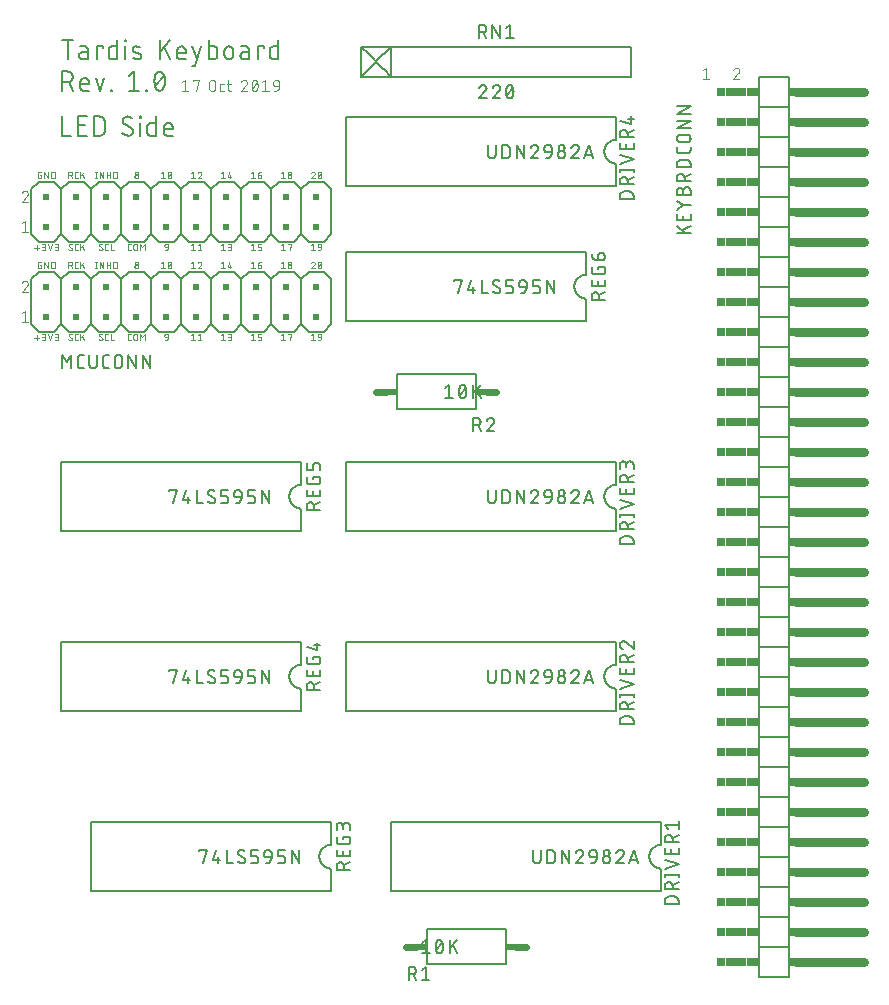
<source format=gbr>
G04 EAGLE Gerber RS-274X export*
G75*
%MOIN*%
%FSLAX34Y34*%
%LPD*%
%INSilkscreen Top*%
%IPPOS*%
%AMOC8*
5,1,8,0,0,1.08239X$1,22.5*%
G01*
%ADD10C,0.006000*%
%ADD11C,0.002000*%
%ADD12C,0.003000*%
%ADD13C,0.005000*%
%ADD14C,0.030000*%
%ADD15R,0.020000X0.030000*%
%ADD16R,0.040000X0.030000*%
%ADD17R,0.030000X0.030000*%
%ADD18R,0.070000X0.030000*%
%ADD19R,0.020000X0.020000*%
%ADD20C,0.024000*%
%ADD21R,0.037500X0.024000*%


D10*
X38208Y34580D02*
X38208Y35220D01*
X38030Y35220D02*
X38386Y35220D01*
X38720Y34829D02*
X38880Y34829D01*
X38720Y34828D02*
X38700Y34826D01*
X38680Y34821D01*
X38661Y34813D01*
X38644Y34802D01*
X38629Y34788D01*
X38616Y34772D01*
X38606Y34754D01*
X38600Y34734D01*
X38596Y34714D01*
X38596Y34694D01*
X38600Y34674D01*
X38606Y34654D01*
X38616Y34636D01*
X38629Y34620D01*
X38644Y34606D01*
X38661Y34595D01*
X38680Y34587D01*
X38700Y34582D01*
X38720Y34580D01*
X38880Y34580D01*
X38880Y34900D01*
X38881Y34900D02*
X38879Y34919D01*
X38875Y34937D01*
X38867Y34954D01*
X38856Y34969D01*
X38843Y34982D01*
X38828Y34993D01*
X38811Y35001D01*
X38793Y35005D01*
X38774Y35007D01*
X38632Y35007D01*
X39177Y35007D02*
X39177Y34580D01*
X39177Y35007D02*
X39390Y35007D01*
X39390Y34936D01*
X39865Y35220D02*
X39865Y34580D01*
X39687Y34580D01*
X39668Y34582D01*
X39650Y34586D01*
X39634Y34594D01*
X39618Y34605D01*
X39605Y34618D01*
X39594Y34634D01*
X39586Y34650D01*
X39582Y34668D01*
X39580Y34687D01*
X39581Y34687D02*
X39581Y34900D01*
X39580Y34900D02*
X39582Y34919D01*
X39586Y34937D01*
X39594Y34954D01*
X39605Y34969D01*
X39618Y34982D01*
X39634Y34993D01*
X39650Y35001D01*
X39668Y35005D01*
X39687Y35007D01*
X39865Y35007D01*
X40136Y35007D02*
X40136Y34580D01*
X40118Y35184D02*
X40118Y35220D01*
X40154Y35220D01*
X40154Y35184D01*
X40118Y35184D01*
X40437Y34829D02*
X40615Y34758D01*
X40437Y34829D02*
X40421Y34837D01*
X40406Y34848D01*
X40395Y34862D01*
X40386Y34878D01*
X40381Y34896D01*
X40379Y34914D01*
X40381Y34932D01*
X40386Y34949D01*
X40395Y34965D01*
X40406Y34979D01*
X40421Y34991D01*
X40437Y34999D01*
X40454Y35004D01*
X40472Y35006D01*
X40473Y35007D02*
X40506Y35005D01*
X40538Y35001D01*
X40571Y34993D01*
X40602Y34984D01*
X40633Y34971D01*
X40614Y34757D02*
X40630Y34749D01*
X40645Y34738D01*
X40656Y34724D01*
X40665Y34708D01*
X40670Y34690D01*
X40672Y34672D01*
X40670Y34654D01*
X40665Y34637D01*
X40656Y34621D01*
X40645Y34607D01*
X40630Y34595D01*
X40614Y34587D01*
X40597Y34582D01*
X40579Y34580D01*
X40540Y34582D01*
X40500Y34586D01*
X40461Y34594D01*
X40422Y34603D01*
X40384Y34616D01*
X41279Y34580D02*
X41279Y35220D01*
X41635Y35220D02*
X41279Y34829D01*
X41422Y34971D02*
X41635Y34580D01*
X41967Y34580D02*
X42145Y34580D01*
X41967Y34580D02*
X41948Y34582D01*
X41930Y34586D01*
X41914Y34594D01*
X41898Y34605D01*
X41885Y34618D01*
X41874Y34634D01*
X41866Y34650D01*
X41862Y34668D01*
X41860Y34687D01*
X41861Y34687D02*
X41861Y34864D01*
X41863Y34886D01*
X41868Y34908D01*
X41876Y34928D01*
X41888Y34947D01*
X41903Y34964D01*
X41920Y34979D01*
X41939Y34991D01*
X41959Y34999D01*
X41981Y35004D01*
X42003Y35006D01*
X42025Y35004D01*
X42047Y34999D01*
X42067Y34991D01*
X42086Y34979D01*
X42103Y34964D01*
X42118Y34947D01*
X42130Y34928D01*
X42138Y34908D01*
X42143Y34886D01*
X42145Y34864D01*
X42145Y34793D01*
X41861Y34793D01*
X42373Y34367D02*
X42444Y34367D01*
X42658Y35007D01*
X42373Y35007D02*
X42516Y34580D01*
X42910Y34580D02*
X42910Y35220D01*
X42910Y34580D02*
X43087Y34580D01*
X43106Y34582D01*
X43124Y34586D01*
X43140Y34594D01*
X43156Y34605D01*
X43169Y34618D01*
X43180Y34633D01*
X43188Y34650D01*
X43192Y34668D01*
X43194Y34687D01*
X43194Y34900D01*
X43192Y34919D01*
X43188Y34937D01*
X43180Y34954D01*
X43169Y34969D01*
X43156Y34982D01*
X43141Y34993D01*
X43124Y35001D01*
X43106Y35005D01*
X43087Y35007D01*
X42910Y35007D01*
X43440Y34864D02*
X43440Y34722D01*
X43440Y34864D02*
X43442Y34886D01*
X43447Y34908D01*
X43455Y34928D01*
X43467Y34947D01*
X43482Y34964D01*
X43499Y34979D01*
X43518Y34991D01*
X43538Y34999D01*
X43560Y35004D01*
X43582Y35006D01*
X43604Y35004D01*
X43626Y34999D01*
X43646Y34991D01*
X43665Y34979D01*
X43682Y34964D01*
X43697Y34947D01*
X43709Y34928D01*
X43717Y34908D01*
X43722Y34886D01*
X43724Y34864D01*
X43725Y34864D02*
X43725Y34722D01*
X43724Y34722D02*
X43722Y34700D01*
X43717Y34678D01*
X43709Y34658D01*
X43697Y34639D01*
X43682Y34622D01*
X43665Y34607D01*
X43646Y34595D01*
X43626Y34587D01*
X43604Y34582D01*
X43582Y34580D01*
X43560Y34582D01*
X43538Y34587D01*
X43518Y34595D01*
X43499Y34607D01*
X43482Y34622D01*
X43467Y34639D01*
X43455Y34658D01*
X43447Y34678D01*
X43442Y34700D01*
X43440Y34722D01*
X44095Y34829D02*
X44255Y34829D01*
X44095Y34828D02*
X44075Y34826D01*
X44055Y34821D01*
X44036Y34813D01*
X44019Y34802D01*
X44004Y34788D01*
X43991Y34772D01*
X43981Y34754D01*
X43975Y34734D01*
X43971Y34714D01*
X43971Y34694D01*
X43975Y34674D01*
X43981Y34654D01*
X43991Y34636D01*
X44004Y34620D01*
X44019Y34606D01*
X44036Y34595D01*
X44055Y34587D01*
X44075Y34582D01*
X44095Y34580D01*
X44255Y34580D01*
X44255Y34900D01*
X44253Y34919D01*
X44249Y34937D01*
X44241Y34954D01*
X44230Y34969D01*
X44217Y34982D01*
X44202Y34993D01*
X44185Y35001D01*
X44167Y35005D01*
X44148Y35007D01*
X44006Y35007D01*
X44551Y35007D02*
X44551Y34580D01*
X44551Y35007D02*
X44764Y35007D01*
X44764Y34936D01*
X45240Y35220D02*
X45240Y34580D01*
X45062Y34580D01*
X45043Y34582D01*
X45025Y34586D01*
X45009Y34594D01*
X44993Y34605D01*
X44980Y34618D01*
X44969Y34634D01*
X44961Y34650D01*
X44957Y34668D01*
X44955Y34687D01*
X44955Y34900D01*
X44957Y34919D01*
X44961Y34937D01*
X44969Y34954D01*
X44980Y34969D01*
X44993Y34982D01*
X45009Y34993D01*
X45025Y35001D01*
X45043Y35005D01*
X45062Y35007D01*
X45240Y35007D01*
X38030Y34170D02*
X38030Y33530D01*
X38030Y34170D02*
X38208Y34170D01*
X38233Y34168D01*
X38258Y34163D01*
X38282Y34154D01*
X38304Y34142D01*
X38325Y34127D01*
X38343Y34109D01*
X38358Y34088D01*
X38370Y34066D01*
X38379Y34042D01*
X38384Y34017D01*
X38386Y33992D01*
X38384Y33967D01*
X38379Y33942D01*
X38370Y33918D01*
X38358Y33896D01*
X38343Y33875D01*
X38325Y33857D01*
X38304Y33842D01*
X38282Y33830D01*
X38258Y33821D01*
X38233Y33816D01*
X38208Y33814D01*
X38030Y33814D01*
X38243Y33814D02*
X38386Y33530D01*
X38743Y33530D02*
X38921Y33530D01*
X38743Y33530D02*
X38724Y33532D01*
X38706Y33536D01*
X38690Y33544D01*
X38674Y33555D01*
X38661Y33568D01*
X38650Y33584D01*
X38642Y33600D01*
X38638Y33618D01*
X38636Y33637D01*
X38636Y33814D01*
X38637Y33814D02*
X38639Y33836D01*
X38644Y33858D01*
X38652Y33878D01*
X38664Y33897D01*
X38679Y33914D01*
X38696Y33929D01*
X38715Y33941D01*
X38735Y33949D01*
X38757Y33954D01*
X38779Y33956D01*
X38801Y33954D01*
X38823Y33949D01*
X38843Y33941D01*
X38862Y33929D01*
X38879Y33914D01*
X38894Y33897D01*
X38906Y33878D01*
X38914Y33858D01*
X38919Y33836D01*
X38921Y33814D01*
X38921Y33743D01*
X38636Y33743D01*
X39149Y33957D02*
X39291Y33530D01*
X39434Y33957D01*
X39643Y33566D02*
X39643Y33530D01*
X39643Y33566D02*
X39678Y33566D01*
X39678Y33530D01*
X39643Y33530D01*
X40242Y34028D02*
X40420Y34170D01*
X40420Y33530D01*
X40597Y33530D02*
X40242Y33530D01*
X40833Y33530D02*
X40833Y33566D01*
X40868Y33566D01*
X40868Y33530D01*
X40833Y33530D01*
X41104Y33850D02*
X41106Y33890D01*
X41110Y33929D01*
X41117Y33969D01*
X41128Y34007D01*
X41141Y34044D01*
X41157Y34081D01*
X41156Y34081D02*
X41164Y34100D01*
X41175Y34117D01*
X41189Y34132D01*
X41204Y34145D01*
X41222Y34156D01*
X41241Y34164D01*
X41261Y34168D01*
X41281Y34170D01*
X41301Y34168D01*
X41321Y34164D01*
X41340Y34156D01*
X41358Y34145D01*
X41373Y34132D01*
X41387Y34117D01*
X41398Y34100D01*
X41406Y34081D01*
X41422Y34044D01*
X41435Y34007D01*
X41446Y33969D01*
X41453Y33929D01*
X41457Y33890D01*
X41459Y33850D01*
X41104Y33850D02*
X41106Y33810D01*
X41110Y33771D01*
X41117Y33732D01*
X41128Y33693D01*
X41141Y33656D01*
X41157Y33619D01*
X41156Y33619D02*
X41164Y33600D01*
X41175Y33583D01*
X41189Y33568D01*
X41204Y33555D01*
X41222Y33544D01*
X41241Y33536D01*
X41261Y33532D01*
X41281Y33530D01*
X41406Y33619D02*
X41422Y33656D01*
X41435Y33693D01*
X41446Y33732D01*
X41453Y33771D01*
X41457Y33810D01*
X41459Y33850D01*
X41406Y33619D02*
X41398Y33600D01*
X41387Y33583D01*
X41373Y33568D01*
X41358Y33555D01*
X41340Y33544D01*
X41321Y33536D01*
X41301Y33532D01*
X41281Y33530D01*
X41139Y33672D02*
X41423Y34028D01*
D11*
X37331Y27732D02*
X37294Y27732D01*
X37331Y27732D02*
X37331Y27610D01*
X37257Y27610D01*
X37244Y27612D01*
X37233Y27617D01*
X37222Y27624D01*
X37215Y27635D01*
X37210Y27646D01*
X37208Y27659D01*
X37208Y27781D01*
X37210Y27794D01*
X37215Y27805D01*
X37222Y27816D01*
X37232Y27823D01*
X37244Y27828D01*
X37257Y27830D01*
X37331Y27830D01*
X37439Y27830D02*
X37439Y27610D01*
X37561Y27610D02*
X37439Y27830D01*
X37561Y27830D02*
X37561Y27610D01*
X37669Y27610D02*
X37669Y27830D01*
X37730Y27830D01*
X37744Y27828D01*
X37756Y27824D01*
X37768Y27817D01*
X37778Y27807D01*
X37785Y27795D01*
X37789Y27783D01*
X37791Y27769D01*
X37792Y27769D02*
X37792Y27671D01*
X37791Y27671D02*
X37789Y27657D01*
X37785Y27645D01*
X37778Y27633D01*
X37768Y27623D01*
X37756Y27616D01*
X37744Y27612D01*
X37730Y27610D01*
X37669Y27610D01*
X37248Y28296D02*
X37102Y28296D01*
X37175Y28222D02*
X37175Y28369D01*
X37344Y28210D02*
X37405Y28210D01*
X37420Y28212D01*
X37433Y28217D01*
X37445Y28225D01*
X37455Y28236D01*
X37462Y28249D01*
X37466Y28264D01*
X37466Y28278D01*
X37462Y28293D01*
X37455Y28306D01*
X37445Y28317D01*
X37433Y28325D01*
X37420Y28330D01*
X37405Y28332D01*
X37418Y28430D02*
X37344Y28430D01*
X37418Y28430D02*
X37431Y28428D01*
X37443Y28423D01*
X37453Y28416D01*
X37460Y28406D01*
X37465Y28394D01*
X37467Y28381D01*
X37465Y28368D01*
X37460Y28357D01*
X37453Y28346D01*
X37443Y28339D01*
X37431Y28334D01*
X37418Y28332D01*
X37369Y28332D01*
X37548Y28430D02*
X37621Y28210D01*
X37695Y28430D01*
X37776Y28210D02*
X37837Y28210D01*
X37852Y28212D01*
X37865Y28217D01*
X37877Y28225D01*
X37887Y28236D01*
X37894Y28249D01*
X37898Y28264D01*
X37898Y28278D01*
X37894Y28293D01*
X37887Y28306D01*
X37877Y28317D01*
X37865Y28325D01*
X37852Y28330D01*
X37837Y28332D01*
X37850Y28430D02*
X37776Y28430D01*
X37850Y28430D02*
X37863Y28428D01*
X37875Y28423D01*
X37885Y28416D01*
X37892Y28406D01*
X37897Y28394D01*
X37899Y28381D01*
X37897Y28368D01*
X37892Y28357D01*
X37885Y28346D01*
X37875Y28339D01*
X37863Y28334D01*
X37850Y28332D01*
X37801Y28332D01*
X38313Y28210D02*
X38326Y28212D01*
X38338Y28217D01*
X38348Y28224D01*
X38355Y28235D01*
X38360Y28246D01*
X38362Y28259D01*
X38313Y28210D02*
X38297Y28211D01*
X38281Y28215D01*
X38266Y28221D01*
X38252Y28230D01*
X38240Y28240D01*
X38245Y28381D02*
X38247Y28394D01*
X38252Y28406D01*
X38259Y28416D01*
X38270Y28423D01*
X38281Y28428D01*
X38294Y28430D01*
X38309Y28429D01*
X38323Y28425D01*
X38337Y28419D01*
X38349Y28412D01*
X38245Y28381D02*
X38247Y28368D01*
X38252Y28356D01*
X38259Y28346D01*
X38270Y28338D01*
X38337Y28302D02*
X38348Y28294D01*
X38355Y28284D01*
X38360Y28272D01*
X38362Y28259D01*
X38337Y28302D02*
X38270Y28338D01*
X38496Y28210D02*
X38545Y28210D01*
X38496Y28210D02*
X38483Y28212D01*
X38472Y28217D01*
X38461Y28224D01*
X38454Y28235D01*
X38449Y28246D01*
X38447Y28259D01*
X38447Y28381D01*
X38449Y28394D01*
X38454Y28405D01*
X38461Y28416D01*
X38471Y28423D01*
X38483Y28428D01*
X38496Y28430D01*
X38545Y28430D01*
X38639Y28430D02*
X38639Y28210D01*
X38639Y28296D02*
X38761Y28430D01*
X38687Y28344D02*
X38761Y28210D01*
X39326Y28210D02*
X39339Y28212D01*
X39351Y28217D01*
X39361Y28224D01*
X39368Y28235D01*
X39373Y28246D01*
X39375Y28259D01*
X39326Y28210D02*
X39310Y28211D01*
X39294Y28215D01*
X39279Y28221D01*
X39265Y28230D01*
X39253Y28240D01*
X39259Y28381D02*
X39261Y28394D01*
X39266Y28406D01*
X39273Y28416D01*
X39284Y28423D01*
X39295Y28428D01*
X39308Y28430D01*
X39323Y28429D01*
X39337Y28425D01*
X39351Y28419D01*
X39363Y28412D01*
X39259Y28381D02*
X39261Y28368D01*
X39266Y28356D01*
X39273Y28346D01*
X39284Y28338D01*
X39350Y28302D02*
X39361Y28294D01*
X39368Y28284D01*
X39373Y28272D01*
X39375Y28259D01*
X39351Y28302D02*
X39283Y28338D01*
X39510Y28210D02*
X39559Y28210D01*
X39510Y28210D02*
X39497Y28212D01*
X39486Y28217D01*
X39475Y28224D01*
X39468Y28235D01*
X39463Y28246D01*
X39461Y28259D01*
X39461Y28381D01*
X39463Y28394D01*
X39468Y28405D01*
X39475Y28416D01*
X39485Y28423D01*
X39497Y28428D01*
X39510Y28430D01*
X39559Y28430D01*
X39649Y28430D02*
X39649Y28210D01*
X39747Y28210D01*
X40273Y28210D02*
X40321Y28210D01*
X40273Y28210D02*
X40260Y28212D01*
X40249Y28217D01*
X40238Y28224D01*
X40231Y28235D01*
X40226Y28246D01*
X40224Y28259D01*
X40224Y28381D01*
X40226Y28394D01*
X40231Y28405D01*
X40238Y28416D01*
X40248Y28423D01*
X40260Y28428D01*
X40273Y28430D01*
X40321Y28430D01*
X40404Y28369D02*
X40404Y28271D01*
X40404Y28369D02*
X40406Y28384D01*
X40411Y28397D01*
X40419Y28409D01*
X40430Y28419D01*
X40443Y28426D01*
X40458Y28430D01*
X40472Y28430D01*
X40487Y28426D01*
X40500Y28419D01*
X40511Y28409D01*
X40519Y28397D01*
X40524Y28384D01*
X40526Y28369D01*
X40527Y28369D02*
X40527Y28271D01*
X40526Y28271D02*
X40524Y28256D01*
X40519Y28243D01*
X40511Y28231D01*
X40500Y28221D01*
X40487Y28214D01*
X40472Y28210D01*
X40458Y28210D01*
X40443Y28214D01*
X40430Y28221D01*
X40419Y28231D01*
X40411Y28243D01*
X40406Y28256D01*
X40404Y28271D01*
X40630Y28210D02*
X40630Y28430D01*
X40703Y28308D01*
X40776Y28430D01*
X40776Y28210D01*
X41488Y28308D02*
X41561Y28308D01*
X41488Y28308D02*
X41475Y28310D01*
X41463Y28315D01*
X41453Y28322D01*
X41446Y28333D01*
X41441Y28344D01*
X41439Y28357D01*
X41439Y28369D01*
X41441Y28384D01*
X41446Y28397D01*
X41454Y28409D01*
X41465Y28419D01*
X41478Y28426D01*
X41493Y28430D01*
X41507Y28430D01*
X41522Y28426D01*
X41535Y28419D01*
X41546Y28409D01*
X41554Y28397D01*
X41559Y28384D01*
X41561Y28369D01*
X41561Y28308D01*
X41560Y28291D01*
X41555Y28274D01*
X41548Y28259D01*
X41538Y28245D01*
X41526Y28233D01*
X41512Y28223D01*
X41497Y28216D01*
X41480Y28211D01*
X41463Y28210D01*
X38236Y27830D02*
X38236Y27610D01*
X38236Y27830D02*
X38297Y27830D01*
X38312Y27828D01*
X38325Y27823D01*
X38337Y27815D01*
X38347Y27804D01*
X38354Y27791D01*
X38358Y27776D01*
X38358Y27762D01*
X38354Y27747D01*
X38347Y27734D01*
X38337Y27723D01*
X38325Y27715D01*
X38312Y27710D01*
X38297Y27708D01*
X38236Y27708D01*
X38310Y27708D02*
X38359Y27610D01*
X38499Y27610D02*
X38548Y27610D01*
X38499Y27610D02*
X38486Y27612D01*
X38475Y27617D01*
X38464Y27624D01*
X38457Y27635D01*
X38452Y27646D01*
X38450Y27659D01*
X38450Y27781D01*
X38452Y27794D01*
X38457Y27805D01*
X38464Y27816D01*
X38474Y27823D01*
X38486Y27828D01*
X38499Y27830D01*
X38548Y27830D01*
X38641Y27830D02*
X38641Y27610D01*
X38641Y27696D02*
X38764Y27830D01*
X38690Y27744D02*
X38764Y27610D01*
X39161Y27610D02*
X39161Y27830D01*
X39137Y27610D02*
X39186Y27610D01*
X39186Y27830D02*
X39137Y27830D01*
X39280Y27830D02*
X39280Y27610D01*
X39402Y27610D02*
X39280Y27830D01*
X39402Y27830D02*
X39402Y27610D01*
X39511Y27610D02*
X39511Y27830D01*
X39511Y27732D02*
X39633Y27732D01*
X39633Y27830D02*
X39633Y27610D01*
X39741Y27610D02*
X39741Y27830D01*
X39802Y27830D01*
X39816Y27828D01*
X39828Y27824D01*
X39840Y27817D01*
X39850Y27807D01*
X39857Y27795D01*
X39861Y27783D01*
X39863Y27769D01*
X39863Y27671D01*
X39861Y27657D01*
X39857Y27645D01*
X39850Y27633D01*
X39840Y27623D01*
X39828Y27616D01*
X39816Y27612D01*
X39802Y27610D01*
X39741Y27610D01*
X40439Y27671D02*
X40441Y27686D01*
X40446Y27699D01*
X40454Y27711D01*
X40465Y27721D01*
X40478Y27728D01*
X40493Y27732D01*
X40507Y27732D01*
X40522Y27728D01*
X40535Y27721D01*
X40546Y27711D01*
X40554Y27699D01*
X40559Y27686D01*
X40561Y27671D01*
X40559Y27656D01*
X40554Y27643D01*
X40546Y27631D01*
X40535Y27621D01*
X40522Y27614D01*
X40507Y27610D01*
X40493Y27610D01*
X40478Y27614D01*
X40465Y27621D01*
X40454Y27631D01*
X40446Y27643D01*
X40441Y27656D01*
X40439Y27671D01*
X40451Y27781D02*
X40453Y27794D01*
X40458Y27806D01*
X40465Y27816D01*
X40476Y27823D01*
X40487Y27828D01*
X40500Y27830D01*
X40513Y27828D01*
X40525Y27823D01*
X40535Y27816D01*
X40542Y27806D01*
X40547Y27794D01*
X40549Y27781D01*
X40547Y27768D01*
X40542Y27757D01*
X40535Y27746D01*
X40525Y27739D01*
X40513Y27734D01*
X40500Y27732D01*
X40487Y27734D01*
X40476Y27739D01*
X40465Y27746D01*
X40458Y27757D01*
X40453Y27768D01*
X40451Y27781D01*
X41331Y27781D02*
X41392Y27830D01*
X41392Y27610D01*
X41331Y27610D02*
X41453Y27610D01*
X41547Y27720D02*
X41548Y27740D01*
X41552Y27761D01*
X41557Y27780D01*
X41565Y27799D01*
X41565Y27800D02*
X41570Y27810D01*
X41578Y27818D01*
X41587Y27825D01*
X41597Y27829D01*
X41608Y27830D01*
X41619Y27829D01*
X41629Y27825D01*
X41638Y27818D01*
X41646Y27810D01*
X41651Y27800D01*
X41651Y27799D02*
X41659Y27780D01*
X41664Y27761D01*
X41668Y27740D01*
X41669Y27720D01*
X41547Y27720D02*
X41548Y27700D01*
X41552Y27679D01*
X41557Y27660D01*
X41565Y27641D01*
X41565Y27640D02*
X41570Y27630D01*
X41578Y27622D01*
X41587Y27615D01*
X41597Y27611D01*
X41608Y27610D01*
X41651Y27641D02*
X41659Y27660D01*
X41664Y27679D01*
X41668Y27700D01*
X41669Y27720D01*
X41651Y27640D02*
X41646Y27630D01*
X41638Y27622D01*
X41629Y27615D01*
X41619Y27611D01*
X41608Y27610D01*
X41559Y27659D02*
X41657Y27781D01*
X42331Y27781D02*
X42392Y27830D01*
X42392Y27610D01*
X42331Y27610D02*
X42453Y27610D01*
X42669Y27775D02*
X42668Y27787D01*
X42664Y27799D01*
X42657Y27809D01*
X42648Y27818D01*
X42638Y27825D01*
X42626Y27829D01*
X42614Y27830D01*
X42599Y27828D01*
X42585Y27824D01*
X42572Y27816D01*
X42561Y27806D01*
X42552Y27794D01*
X42546Y27781D01*
X42651Y27732D02*
X42658Y27741D01*
X42664Y27752D01*
X42668Y27763D01*
X42669Y27775D01*
X42651Y27732D02*
X42547Y27610D01*
X42669Y27610D01*
X43331Y27781D02*
X43392Y27830D01*
X43392Y27610D01*
X43331Y27610D02*
X43453Y27610D01*
X43547Y27659D02*
X43596Y27830D01*
X43547Y27659D02*
X43669Y27659D01*
X43632Y27708D02*
X43632Y27610D01*
X44331Y27781D02*
X44392Y27830D01*
X44392Y27610D01*
X44331Y27610D02*
X44453Y27610D01*
X44547Y27732D02*
X44620Y27732D01*
X44633Y27730D01*
X44645Y27725D01*
X44655Y27718D01*
X44662Y27708D01*
X44667Y27696D01*
X44669Y27683D01*
X44669Y27671D01*
X44667Y27656D01*
X44662Y27643D01*
X44654Y27631D01*
X44643Y27621D01*
X44630Y27614D01*
X44615Y27610D01*
X44601Y27610D01*
X44586Y27614D01*
X44573Y27621D01*
X44562Y27631D01*
X44554Y27643D01*
X44549Y27656D01*
X44547Y27671D01*
X44547Y27732D01*
X44549Y27751D01*
X44554Y27770D01*
X44564Y27786D01*
X44576Y27801D01*
X44591Y27813D01*
X44607Y27823D01*
X44626Y27828D01*
X44645Y27830D01*
X45331Y27781D02*
X45392Y27830D01*
X45392Y27610D01*
X45331Y27610D02*
X45453Y27610D01*
X45547Y27671D02*
X45549Y27686D01*
X45554Y27699D01*
X45562Y27711D01*
X45573Y27721D01*
X45586Y27728D01*
X45601Y27732D01*
X45615Y27732D01*
X45630Y27728D01*
X45643Y27721D01*
X45654Y27711D01*
X45662Y27699D01*
X45667Y27686D01*
X45669Y27671D01*
X45667Y27656D01*
X45662Y27643D01*
X45654Y27631D01*
X45643Y27621D01*
X45630Y27614D01*
X45615Y27610D01*
X45601Y27610D01*
X45586Y27614D01*
X45573Y27621D01*
X45562Y27631D01*
X45554Y27643D01*
X45549Y27656D01*
X45547Y27671D01*
X45559Y27781D02*
X45561Y27794D01*
X45566Y27806D01*
X45573Y27816D01*
X45584Y27823D01*
X45595Y27828D01*
X45608Y27830D01*
X45621Y27828D01*
X45633Y27823D01*
X45643Y27816D01*
X45650Y27806D01*
X45655Y27794D01*
X45657Y27781D01*
X45655Y27768D01*
X45650Y27757D01*
X45643Y27746D01*
X45633Y27739D01*
X45621Y27734D01*
X45608Y27732D01*
X45595Y27734D01*
X45584Y27739D01*
X45573Y27746D01*
X45566Y27757D01*
X45561Y27768D01*
X45559Y27781D01*
X46398Y27830D02*
X46410Y27829D01*
X46422Y27825D01*
X46432Y27818D01*
X46441Y27809D01*
X46448Y27799D01*
X46452Y27787D01*
X46453Y27775D01*
X46398Y27830D02*
X46383Y27828D01*
X46369Y27824D01*
X46356Y27816D01*
X46345Y27806D01*
X46336Y27794D01*
X46330Y27781D01*
X46435Y27732D02*
X46442Y27741D01*
X46448Y27752D01*
X46452Y27763D01*
X46453Y27775D01*
X46435Y27732D02*
X46331Y27610D01*
X46453Y27610D01*
X46547Y27720D02*
X46548Y27740D01*
X46552Y27761D01*
X46557Y27780D01*
X46565Y27799D01*
X46565Y27800D02*
X46570Y27810D01*
X46578Y27818D01*
X46587Y27825D01*
X46597Y27829D01*
X46608Y27830D01*
X46619Y27829D01*
X46629Y27825D01*
X46638Y27818D01*
X46646Y27810D01*
X46651Y27800D01*
X46651Y27799D02*
X46659Y27780D01*
X46664Y27761D01*
X46668Y27740D01*
X46669Y27720D01*
X46547Y27720D02*
X46548Y27700D01*
X46552Y27679D01*
X46557Y27660D01*
X46565Y27641D01*
X46565Y27640D02*
X46570Y27630D01*
X46578Y27622D01*
X46587Y27615D01*
X46597Y27611D01*
X46608Y27610D01*
X46651Y27641D02*
X46659Y27660D01*
X46664Y27679D01*
X46668Y27700D01*
X46669Y27720D01*
X46651Y27640D02*
X46646Y27630D01*
X46638Y27622D01*
X46629Y27615D01*
X46619Y27611D01*
X46608Y27610D01*
X46559Y27659D02*
X46657Y27781D01*
X42392Y28430D02*
X42331Y28381D01*
X42392Y28430D02*
X42392Y28210D01*
X42331Y28210D02*
X42453Y28210D01*
X42547Y28381D02*
X42608Y28430D01*
X42608Y28210D01*
X42547Y28210D02*
X42669Y28210D01*
X43331Y28381D02*
X43392Y28430D01*
X43392Y28210D01*
X43331Y28210D02*
X43453Y28210D01*
X43547Y28210D02*
X43608Y28210D01*
X43623Y28212D01*
X43636Y28217D01*
X43648Y28225D01*
X43658Y28236D01*
X43665Y28249D01*
X43669Y28264D01*
X43669Y28278D01*
X43665Y28293D01*
X43658Y28306D01*
X43648Y28317D01*
X43636Y28325D01*
X43623Y28330D01*
X43608Y28332D01*
X43620Y28430D02*
X43547Y28430D01*
X43620Y28430D02*
X43633Y28428D01*
X43645Y28423D01*
X43655Y28416D01*
X43662Y28406D01*
X43667Y28394D01*
X43669Y28381D01*
X43667Y28368D01*
X43662Y28357D01*
X43655Y28346D01*
X43645Y28339D01*
X43633Y28334D01*
X43620Y28332D01*
X43571Y28332D01*
X44331Y28381D02*
X44392Y28430D01*
X44392Y28210D01*
X44331Y28210D02*
X44453Y28210D01*
X44547Y28210D02*
X44620Y28210D01*
X44633Y28212D01*
X44644Y28217D01*
X44655Y28224D01*
X44662Y28234D01*
X44667Y28246D01*
X44669Y28259D01*
X44669Y28283D01*
X44667Y28296D01*
X44662Y28308D01*
X44655Y28318D01*
X44645Y28325D01*
X44633Y28330D01*
X44620Y28332D01*
X44547Y28332D01*
X44547Y28430D01*
X44669Y28430D01*
X45331Y28381D02*
X45392Y28430D01*
X45392Y28210D01*
X45331Y28210D02*
X45453Y28210D01*
X45547Y28406D02*
X45547Y28430D01*
X45669Y28430D01*
X45608Y28210D01*
X46331Y28381D02*
X46392Y28430D01*
X46392Y28210D01*
X46331Y28210D02*
X46453Y28210D01*
X46596Y28308D02*
X46669Y28308D01*
X46596Y28308D02*
X46583Y28310D01*
X46571Y28315D01*
X46561Y28322D01*
X46554Y28333D01*
X46549Y28344D01*
X46547Y28357D01*
X46547Y28369D01*
X46549Y28384D01*
X46554Y28397D01*
X46562Y28409D01*
X46573Y28419D01*
X46586Y28426D01*
X46601Y28430D01*
X46615Y28430D01*
X46630Y28426D01*
X46643Y28419D01*
X46654Y28409D01*
X46662Y28397D01*
X46667Y28384D01*
X46669Y28369D01*
X46669Y28308D01*
X46668Y28291D01*
X46663Y28274D01*
X46656Y28259D01*
X46646Y28245D01*
X46634Y28233D01*
X46620Y28223D01*
X46605Y28216D01*
X46588Y28211D01*
X46571Y28210D01*
X37248Y25296D02*
X37102Y25296D01*
X37175Y25222D02*
X37175Y25369D01*
X37344Y25210D02*
X37405Y25210D01*
X37420Y25212D01*
X37433Y25217D01*
X37445Y25225D01*
X37455Y25236D01*
X37462Y25249D01*
X37466Y25264D01*
X37466Y25278D01*
X37462Y25293D01*
X37455Y25306D01*
X37445Y25317D01*
X37433Y25325D01*
X37420Y25330D01*
X37405Y25332D01*
X37418Y25430D02*
X37344Y25430D01*
X37418Y25430D02*
X37431Y25428D01*
X37443Y25423D01*
X37453Y25416D01*
X37460Y25406D01*
X37465Y25394D01*
X37467Y25381D01*
X37465Y25368D01*
X37460Y25357D01*
X37453Y25346D01*
X37443Y25339D01*
X37431Y25334D01*
X37418Y25332D01*
X37369Y25332D01*
X37548Y25430D02*
X37621Y25210D01*
X37695Y25430D01*
X37776Y25210D02*
X37837Y25210D01*
X37852Y25212D01*
X37865Y25217D01*
X37877Y25225D01*
X37887Y25236D01*
X37894Y25249D01*
X37898Y25264D01*
X37898Y25278D01*
X37894Y25293D01*
X37887Y25306D01*
X37877Y25317D01*
X37865Y25325D01*
X37852Y25330D01*
X37837Y25332D01*
X37850Y25430D02*
X37776Y25430D01*
X37850Y25430D02*
X37863Y25428D01*
X37875Y25423D01*
X37885Y25416D01*
X37892Y25406D01*
X37897Y25394D01*
X37899Y25381D01*
X37897Y25368D01*
X37892Y25357D01*
X37885Y25346D01*
X37875Y25339D01*
X37863Y25334D01*
X37850Y25332D01*
X37801Y25332D01*
X38313Y25210D02*
X38326Y25212D01*
X38338Y25217D01*
X38348Y25224D01*
X38355Y25235D01*
X38360Y25246D01*
X38362Y25259D01*
X38313Y25210D02*
X38297Y25211D01*
X38281Y25215D01*
X38266Y25221D01*
X38252Y25230D01*
X38240Y25240D01*
X38245Y25381D02*
X38247Y25394D01*
X38252Y25406D01*
X38259Y25416D01*
X38270Y25423D01*
X38281Y25428D01*
X38294Y25430D01*
X38309Y25429D01*
X38323Y25425D01*
X38337Y25419D01*
X38349Y25412D01*
X38245Y25381D02*
X38247Y25368D01*
X38252Y25356D01*
X38259Y25346D01*
X38270Y25338D01*
X38337Y25302D02*
X38348Y25294D01*
X38355Y25284D01*
X38360Y25272D01*
X38362Y25259D01*
X38337Y25302D02*
X38270Y25338D01*
X38496Y25210D02*
X38545Y25210D01*
X38496Y25210D02*
X38483Y25212D01*
X38472Y25217D01*
X38461Y25224D01*
X38454Y25235D01*
X38449Y25246D01*
X38447Y25259D01*
X38447Y25381D01*
X38449Y25394D01*
X38454Y25405D01*
X38461Y25416D01*
X38471Y25423D01*
X38483Y25428D01*
X38496Y25430D01*
X38545Y25430D01*
X38639Y25430D02*
X38639Y25210D01*
X38639Y25296D02*
X38761Y25430D01*
X38687Y25344D02*
X38761Y25210D01*
X39326Y25210D02*
X39339Y25212D01*
X39351Y25217D01*
X39361Y25224D01*
X39368Y25235D01*
X39373Y25246D01*
X39375Y25259D01*
X39326Y25210D02*
X39310Y25211D01*
X39294Y25215D01*
X39279Y25221D01*
X39265Y25230D01*
X39253Y25240D01*
X39259Y25381D02*
X39261Y25394D01*
X39266Y25406D01*
X39273Y25416D01*
X39284Y25423D01*
X39295Y25428D01*
X39308Y25430D01*
X39323Y25429D01*
X39337Y25425D01*
X39351Y25419D01*
X39363Y25412D01*
X39259Y25381D02*
X39261Y25368D01*
X39266Y25356D01*
X39273Y25346D01*
X39284Y25338D01*
X39350Y25302D02*
X39361Y25294D01*
X39368Y25284D01*
X39373Y25272D01*
X39375Y25259D01*
X39351Y25302D02*
X39283Y25338D01*
X39510Y25210D02*
X39559Y25210D01*
X39510Y25210D02*
X39497Y25212D01*
X39486Y25217D01*
X39475Y25224D01*
X39468Y25235D01*
X39463Y25246D01*
X39461Y25259D01*
X39461Y25381D01*
X39463Y25394D01*
X39468Y25405D01*
X39475Y25416D01*
X39485Y25423D01*
X39497Y25428D01*
X39510Y25430D01*
X39559Y25430D01*
X39649Y25430D02*
X39649Y25210D01*
X39747Y25210D01*
X40273Y25210D02*
X40321Y25210D01*
X40273Y25210D02*
X40260Y25212D01*
X40249Y25217D01*
X40238Y25224D01*
X40231Y25235D01*
X40226Y25246D01*
X40224Y25259D01*
X40224Y25381D01*
X40226Y25394D01*
X40231Y25405D01*
X40238Y25416D01*
X40248Y25423D01*
X40260Y25428D01*
X40273Y25430D01*
X40321Y25430D01*
X40404Y25369D02*
X40404Y25271D01*
X40404Y25369D02*
X40406Y25384D01*
X40411Y25397D01*
X40419Y25409D01*
X40430Y25419D01*
X40443Y25426D01*
X40458Y25430D01*
X40472Y25430D01*
X40487Y25426D01*
X40500Y25419D01*
X40511Y25409D01*
X40519Y25397D01*
X40524Y25384D01*
X40526Y25369D01*
X40527Y25369D02*
X40527Y25271D01*
X40526Y25271D02*
X40524Y25256D01*
X40519Y25243D01*
X40511Y25231D01*
X40500Y25221D01*
X40487Y25214D01*
X40472Y25210D01*
X40458Y25210D01*
X40443Y25214D01*
X40430Y25221D01*
X40419Y25231D01*
X40411Y25243D01*
X40406Y25256D01*
X40404Y25271D01*
X40630Y25210D02*
X40630Y25430D01*
X40703Y25308D01*
X40776Y25430D01*
X40776Y25210D01*
X41488Y25308D02*
X41561Y25308D01*
X41488Y25308D02*
X41475Y25310D01*
X41463Y25315D01*
X41453Y25322D01*
X41446Y25333D01*
X41441Y25344D01*
X41439Y25357D01*
X41439Y25369D01*
X41441Y25384D01*
X41446Y25397D01*
X41454Y25409D01*
X41465Y25419D01*
X41478Y25426D01*
X41493Y25430D01*
X41507Y25430D01*
X41522Y25426D01*
X41535Y25419D01*
X41546Y25409D01*
X41554Y25397D01*
X41559Y25384D01*
X41561Y25369D01*
X41561Y25308D01*
X41560Y25291D01*
X41555Y25274D01*
X41548Y25259D01*
X41538Y25245D01*
X41526Y25233D01*
X41512Y25223D01*
X41497Y25216D01*
X41480Y25211D01*
X41463Y25210D01*
X42331Y25381D02*
X42392Y25430D01*
X42392Y25210D01*
X42331Y25210D02*
X42453Y25210D01*
X42547Y25381D02*
X42608Y25430D01*
X42608Y25210D01*
X42547Y25210D02*
X42669Y25210D01*
X43331Y25381D02*
X43392Y25430D01*
X43392Y25210D01*
X43331Y25210D02*
X43453Y25210D01*
X43547Y25210D02*
X43608Y25210D01*
X43623Y25212D01*
X43636Y25217D01*
X43648Y25225D01*
X43658Y25236D01*
X43665Y25249D01*
X43669Y25264D01*
X43669Y25278D01*
X43665Y25293D01*
X43658Y25306D01*
X43648Y25317D01*
X43636Y25325D01*
X43623Y25330D01*
X43608Y25332D01*
X43620Y25430D02*
X43547Y25430D01*
X43620Y25430D02*
X43633Y25428D01*
X43645Y25423D01*
X43655Y25416D01*
X43662Y25406D01*
X43667Y25394D01*
X43669Y25381D01*
X43667Y25368D01*
X43662Y25357D01*
X43655Y25346D01*
X43645Y25339D01*
X43633Y25334D01*
X43620Y25332D01*
X43571Y25332D01*
X44331Y25381D02*
X44392Y25430D01*
X44392Y25210D01*
X44331Y25210D02*
X44453Y25210D01*
X44547Y25210D02*
X44620Y25210D01*
X44633Y25212D01*
X44644Y25217D01*
X44655Y25224D01*
X44662Y25234D01*
X44667Y25246D01*
X44669Y25259D01*
X44669Y25283D01*
X44667Y25296D01*
X44662Y25308D01*
X44655Y25318D01*
X44645Y25325D01*
X44633Y25330D01*
X44620Y25332D01*
X44547Y25332D01*
X44547Y25430D01*
X44669Y25430D01*
X45331Y25381D02*
X45392Y25430D01*
X45392Y25210D01*
X45331Y25210D02*
X45453Y25210D01*
X45547Y25406D02*
X45547Y25430D01*
X45669Y25430D01*
X45608Y25210D01*
X46331Y25381D02*
X46392Y25430D01*
X46392Y25210D01*
X46331Y25210D02*
X46453Y25210D01*
X46596Y25308D02*
X46669Y25308D01*
X46596Y25308D02*
X46583Y25310D01*
X46571Y25315D01*
X46561Y25322D01*
X46554Y25333D01*
X46549Y25344D01*
X46547Y25357D01*
X46547Y25369D01*
X46549Y25384D01*
X46554Y25397D01*
X46562Y25409D01*
X46573Y25419D01*
X46586Y25426D01*
X46601Y25430D01*
X46615Y25430D01*
X46630Y25426D01*
X46643Y25419D01*
X46654Y25409D01*
X46662Y25397D01*
X46667Y25384D01*
X46669Y25369D01*
X46669Y25308D01*
X46668Y25291D01*
X46663Y25274D01*
X46656Y25259D01*
X46646Y25245D01*
X46634Y25233D01*
X46620Y25223D01*
X46605Y25216D01*
X46588Y25211D01*
X46571Y25210D01*
X37331Y30732D02*
X37294Y30732D01*
X37331Y30732D02*
X37331Y30610D01*
X37257Y30610D01*
X37244Y30612D01*
X37233Y30617D01*
X37222Y30624D01*
X37215Y30635D01*
X37210Y30646D01*
X37208Y30659D01*
X37208Y30781D01*
X37210Y30794D01*
X37215Y30805D01*
X37222Y30816D01*
X37232Y30823D01*
X37244Y30828D01*
X37257Y30830D01*
X37331Y30830D01*
X37439Y30830D02*
X37439Y30610D01*
X37561Y30610D02*
X37439Y30830D01*
X37561Y30830D02*
X37561Y30610D01*
X37669Y30610D02*
X37669Y30830D01*
X37730Y30830D01*
X37744Y30828D01*
X37756Y30824D01*
X37768Y30817D01*
X37778Y30807D01*
X37785Y30795D01*
X37789Y30783D01*
X37791Y30769D01*
X37792Y30769D02*
X37792Y30671D01*
X37791Y30671D02*
X37789Y30657D01*
X37785Y30645D01*
X37778Y30633D01*
X37768Y30623D01*
X37756Y30616D01*
X37744Y30612D01*
X37730Y30610D01*
X37669Y30610D01*
X38236Y30610D02*
X38236Y30830D01*
X38297Y30830D01*
X38312Y30828D01*
X38325Y30823D01*
X38337Y30815D01*
X38347Y30804D01*
X38354Y30791D01*
X38358Y30776D01*
X38358Y30762D01*
X38354Y30747D01*
X38347Y30734D01*
X38337Y30723D01*
X38325Y30715D01*
X38312Y30710D01*
X38297Y30708D01*
X38236Y30708D01*
X38310Y30708D02*
X38359Y30610D01*
X38499Y30610D02*
X38548Y30610D01*
X38499Y30610D02*
X38486Y30612D01*
X38475Y30617D01*
X38464Y30624D01*
X38457Y30635D01*
X38452Y30646D01*
X38450Y30659D01*
X38450Y30781D01*
X38452Y30794D01*
X38457Y30805D01*
X38464Y30816D01*
X38474Y30823D01*
X38486Y30828D01*
X38499Y30830D01*
X38548Y30830D01*
X38641Y30830D02*
X38641Y30610D01*
X38641Y30696D02*
X38764Y30830D01*
X38690Y30744D02*
X38764Y30610D01*
X39161Y30610D02*
X39161Y30830D01*
X39137Y30610D02*
X39186Y30610D01*
X39186Y30830D02*
X39137Y30830D01*
X39280Y30830D02*
X39280Y30610D01*
X39402Y30610D02*
X39280Y30830D01*
X39402Y30830D02*
X39402Y30610D01*
X39511Y30610D02*
X39511Y30830D01*
X39511Y30732D02*
X39633Y30732D01*
X39633Y30830D02*
X39633Y30610D01*
X39741Y30610D02*
X39741Y30830D01*
X39802Y30830D01*
X39816Y30828D01*
X39828Y30824D01*
X39840Y30817D01*
X39850Y30807D01*
X39857Y30795D01*
X39861Y30783D01*
X39863Y30769D01*
X39863Y30671D01*
X39861Y30657D01*
X39857Y30645D01*
X39850Y30633D01*
X39840Y30623D01*
X39828Y30616D01*
X39816Y30612D01*
X39802Y30610D01*
X39741Y30610D01*
X40439Y30671D02*
X40441Y30686D01*
X40446Y30699D01*
X40454Y30711D01*
X40465Y30721D01*
X40478Y30728D01*
X40493Y30732D01*
X40507Y30732D01*
X40522Y30728D01*
X40535Y30721D01*
X40546Y30711D01*
X40554Y30699D01*
X40559Y30686D01*
X40561Y30671D01*
X40559Y30656D01*
X40554Y30643D01*
X40546Y30631D01*
X40535Y30621D01*
X40522Y30614D01*
X40507Y30610D01*
X40493Y30610D01*
X40478Y30614D01*
X40465Y30621D01*
X40454Y30631D01*
X40446Y30643D01*
X40441Y30656D01*
X40439Y30671D01*
X40451Y30781D02*
X40453Y30794D01*
X40458Y30806D01*
X40465Y30816D01*
X40476Y30823D01*
X40487Y30828D01*
X40500Y30830D01*
X40513Y30828D01*
X40525Y30823D01*
X40535Y30816D01*
X40542Y30806D01*
X40547Y30794D01*
X40549Y30781D01*
X40547Y30768D01*
X40542Y30757D01*
X40535Y30746D01*
X40525Y30739D01*
X40513Y30734D01*
X40500Y30732D01*
X40487Y30734D01*
X40476Y30739D01*
X40465Y30746D01*
X40458Y30757D01*
X40453Y30768D01*
X40451Y30781D01*
X41331Y30781D02*
X41392Y30830D01*
X41392Y30610D01*
X41331Y30610D02*
X41453Y30610D01*
X41547Y30720D02*
X41548Y30740D01*
X41552Y30761D01*
X41557Y30780D01*
X41565Y30799D01*
X41565Y30800D02*
X41570Y30810D01*
X41578Y30818D01*
X41587Y30825D01*
X41597Y30829D01*
X41608Y30830D01*
X41619Y30829D01*
X41629Y30825D01*
X41638Y30818D01*
X41646Y30810D01*
X41651Y30800D01*
X41651Y30799D02*
X41659Y30780D01*
X41664Y30761D01*
X41668Y30740D01*
X41669Y30720D01*
X41547Y30720D02*
X41548Y30700D01*
X41552Y30679D01*
X41557Y30660D01*
X41565Y30641D01*
X41565Y30640D02*
X41570Y30630D01*
X41578Y30622D01*
X41587Y30615D01*
X41597Y30611D01*
X41608Y30610D01*
X41651Y30641D02*
X41659Y30660D01*
X41664Y30679D01*
X41668Y30700D01*
X41669Y30720D01*
X41651Y30640D02*
X41646Y30630D01*
X41638Y30622D01*
X41629Y30615D01*
X41619Y30611D01*
X41608Y30610D01*
X41559Y30659D02*
X41657Y30781D01*
X42331Y30781D02*
X42392Y30830D01*
X42392Y30610D01*
X42331Y30610D02*
X42453Y30610D01*
X42669Y30775D02*
X42668Y30787D01*
X42664Y30799D01*
X42657Y30809D01*
X42648Y30818D01*
X42638Y30825D01*
X42626Y30829D01*
X42614Y30830D01*
X42599Y30828D01*
X42585Y30824D01*
X42572Y30816D01*
X42561Y30806D01*
X42552Y30794D01*
X42546Y30781D01*
X42651Y30732D02*
X42658Y30741D01*
X42664Y30752D01*
X42668Y30763D01*
X42669Y30775D01*
X42651Y30732D02*
X42547Y30610D01*
X42669Y30610D01*
X43331Y30781D02*
X43392Y30830D01*
X43392Y30610D01*
X43331Y30610D02*
X43453Y30610D01*
X43547Y30659D02*
X43596Y30830D01*
X43547Y30659D02*
X43669Y30659D01*
X43632Y30708D02*
X43632Y30610D01*
X44331Y30781D02*
X44392Y30830D01*
X44392Y30610D01*
X44331Y30610D02*
X44453Y30610D01*
X44547Y30732D02*
X44620Y30732D01*
X44633Y30730D01*
X44645Y30725D01*
X44655Y30718D01*
X44662Y30708D01*
X44667Y30696D01*
X44669Y30683D01*
X44669Y30671D01*
X44667Y30656D01*
X44662Y30643D01*
X44654Y30631D01*
X44643Y30621D01*
X44630Y30614D01*
X44615Y30610D01*
X44601Y30610D01*
X44586Y30614D01*
X44573Y30621D01*
X44562Y30631D01*
X44554Y30643D01*
X44549Y30656D01*
X44547Y30671D01*
X44547Y30732D01*
X44549Y30751D01*
X44554Y30770D01*
X44564Y30786D01*
X44576Y30801D01*
X44591Y30813D01*
X44607Y30823D01*
X44626Y30828D01*
X44645Y30830D01*
X45331Y30781D02*
X45392Y30830D01*
X45392Y30610D01*
X45331Y30610D02*
X45453Y30610D01*
X45547Y30671D02*
X45549Y30686D01*
X45554Y30699D01*
X45562Y30711D01*
X45573Y30721D01*
X45586Y30728D01*
X45601Y30732D01*
X45615Y30732D01*
X45630Y30728D01*
X45643Y30721D01*
X45654Y30711D01*
X45662Y30699D01*
X45667Y30686D01*
X45669Y30671D01*
X45667Y30656D01*
X45662Y30643D01*
X45654Y30631D01*
X45643Y30621D01*
X45630Y30614D01*
X45615Y30610D01*
X45601Y30610D01*
X45586Y30614D01*
X45573Y30621D01*
X45562Y30631D01*
X45554Y30643D01*
X45549Y30656D01*
X45547Y30671D01*
X45559Y30781D02*
X45561Y30794D01*
X45566Y30806D01*
X45573Y30816D01*
X45584Y30823D01*
X45595Y30828D01*
X45608Y30830D01*
X45621Y30828D01*
X45633Y30823D01*
X45643Y30816D01*
X45650Y30806D01*
X45655Y30794D01*
X45657Y30781D01*
X45655Y30768D01*
X45650Y30757D01*
X45643Y30746D01*
X45633Y30739D01*
X45621Y30734D01*
X45608Y30732D01*
X45595Y30734D01*
X45584Y30739D01*
X45573Y30746D01*
X45566Y30757D01*
X45561Y30768D01*
X45559Y30781D01*
X46398Y30830D02*
X46410Y30829D01*
X46422Y30825D01*
X46432Y30818D01*
X46441Y30809D01*
X46448Y30799D01*
X46452Y30787D01*
X46453Y30775D01*
X46398Y30830D02*
X46383Y30828D01*
X46369Y30824D01*
X46356Y30816D01*
X46345Y30806D01*
X46336Y30794D01*
X46330Y30781D01*
X46435Y30732D02*
X46442Y30741D01*
X46448Y30752D01*
X46452Y30763D01*
X46453Y30775D01*
X46435Y30732D02*
X46331Y30610D01*
X46453Y30610D01*
X46547Y30720D02*
X46548Y30740D01*
X46552Y30761D01*
X46557Y30780D01*
X46565Y30799D01*
X46565Y30800D02*
X46570Y30810D01*
X46578Y30818D01*
X46587Y30825D01*
X46597Y30829D01*
X46608Y30830D01*
X46619Y30829D01*
X46629Y30825D01*
X46638Y30818D01*
X46646Y30810D01*
X46651Y30800D01*
X46651Y30799D02*
X46659Y30780D01*
X46664Y30761D01*
X46668Y30740D01*
X46669Y30720D01*
X46547Y30720D02*
X46548Y30700D01*
X46552Y30679D01*
X46557Y30660D01*
X46565Y30641D01*
X46565Y30640D02*
X46570Y30630D01*
X46578Y30622D01*
X46587Y30615D01*
X46597Y30611D01*
X46608Y30610D01*
X46651Y30641D02*
X46659Y30660D01*
X46664Y30679D01*
X46668Y30700D01*
X46669Y30720D01*
X46651Y30640D02*
X46646Y30630D01*
X46638Y30622D01*
X46629Y30615D01*
X46619Y30611D01*
X46608Y30610D01*
X46559Y30659D02*
X46657Y30781D01*
D12*
X36886Y27093D02*
X36884Y27111D01*
X36879Y27129D01*
X36870Y27145D01*
X36859Y27159D01*
X36845Y27170D01*
X36829Y27179D01*
X36811Y27184D01*
X36793Y27186D01*
X36793Y27185D02*
X36774Y27184D01*
X36756Y27179D01*
X36739Y27172D01*
X36723Y27162D01*
X36709Y27150D01*
X36697Y27136D01*
X36687Y27120D01*
X36680Y27103D01*
X36854Y27021D02*
X36865Y27033D01*
X36874Y27047D01*
X36880Y27061D01*
X36884Y27077D01*
X36885Y27093D01*
X36854Y27021D02*
X36679Y26815D01*
X36885Y26815D01*
X36782Y26185D02*
X36679Y26103D01*
X36782Y26185D02*
X36782Y25815D01*
X36679Y25815D02*
X36885Y25815D01*
X36886Y30093D02*
X36884Y30111D01*
X36879Y30129D01*
X36870Y30145D01*
X36859Y30159D01*
X36845Y30170D01*
X36829Y30179D01*
X36811Y30184D01*
X36793Y30186D01*
X36793Y30185D02*
X36774Y30184D01*
X36756Y30179D01*
X36739Y30172D01*
X36723Y30162D01*
X36709Y30150D01*
X36697Y30136D01*
X36687Y30120D01*
X36680Y30103D01*
X36854Y30021D02*
X36865Y30033D01*
X36874Y30047D01*
X36880Y30061D01*
X36884Y30077D01*
X36885Y30093D01*
X36854Y30021D02*
X36679Y29815D01*
X36885Y29815D01*
X36782Y29185D02*
X36679Y29103D01*
X36782Y29185D02*
X36782Y28815D01*
X36679Y28815D02*
X36885Y28815D01*
X59397Y34203D02*
X59500Y34285D01*
X59500Y33915D01*
X59397Y33915D02*
X59603Y33915D01*
X60510Y34286D02*
X60528Y34284D01*
X60546Y34279D01*
X60562Y34270D01*
X60576Y34259D01*
X60587Y34245D01*
X60596Y34229D01*
X60601Y34211D01*
X60603Y34193D01*
X60510Y34285D02*
X60491Y34284D01*
X60473Y34279D01*
X60456Y34272D01*
X60440Y34262D01*
X60426Y34250D01*
X60414Y34236D01*
X60404Y34220D01*
X60397Y34203D01*
X60571Y34121D02*
X60582Y34133D01*
X60591Y34147D01*
X60597Y34161D01*
X60601Y34177D01*
X60602Y34193D01*
X60572Y34121D02*
X60397Y33915D01*
X60603Y33915D01*
D10*
X38030Y32670D02*
X38030Y32030D01*
X38314Y32030D01*
X38563Y32030D02*
X38848Y32030D01*
X38563Y32030D02*
X38563Y32670D01*
X38848Y32670D01*
X38777Y32386D02*
X38563Y32386D01*
X39096Y32670D02*
X39096Y32030D01*
X39096Y32670D02*
X39273Y32670D01*
X39298Y32668D01*
X39323Y32663D01*
X39347Y32654D01*
X39369Y32642D01*
X39390Y32627D01*
X39408Y32609D01*
X39423Y32588D01*
X39435Y32566D01*
X39444Y32542D01*
X39449Y32517D01*
X39451Y32492D01*
X39451Y32208D01*
X39449Y32183D01*
X39444Y32158D01*
X39435Y32134D01*
X39423Y32112D01*
X39408Y32091D01*
X39390Y32073D01*
X39369Y32058D01*
X39347Y32046D01*
X39323Y32037D01*
X39298Y32032D01*
X39273Y32030D01*
X39096Y32030D01*
X40252Y32030D02*
X40274Y32032D01*
X40296Y32037D01*
X40316Y32045D01*
X40335Y32057D01*
X40352Y32072D01*
X40367Y32089D01*
X40379Y32108D01*
X40387Y32128D01*
X40392Y32150D01*
X40394Y32172D01*
X40252Y32030D02*
X40218Y32032D01*
X40185Y32038D01*
X40152Y32047D01*
X40121Y32060D01*
X40092Y32076D01*
X40064Y32096D01*
X40039Y32119D01*
X40057Y32528D02*
X40059Y32550D01*
X40064Y32572D01*
X40072Y32592D01*
X40084Y32611D01*
X40099Y32628D01*
X40116Y32643D01*
X40135Y32655D01*
X40155Y32663D01*
X40177Y32668D01*
X40199Y32670D01*
X40228Y32668D01*
X40256Y32664D01*
X40283Y32656D01*
X40310Y32646D01*
X40335Y32633D01*
X40359Y32617D01*
X40057Y32528D02*
X40059Y32507D01*
X40063Y32486D01*
X40071Y32466D01*
X40082Y32447D01*
X40095Y32431D01*
X40110Y32416D01*
X40128Y32404D01*
X40323Y32296D02*
X40341Y32284D01*
X40356Y32269D01*
X40369Y32253D01*
X40380Y32234D01*
X40388Y32214D01*
X40392Y32193D01*
X40394Y32172D01*
X40324Y32297D02*
X40128Y32403D01*
X40627Y32457D02*
X40627Y32030D01*
X40609Y32634D02*
X40609Y32670D01*
X40645Y32670D01*
X40645Y32634D01*
X40609Y32634D01*
X41156Y32670D02*
X41156Y32030D01*
X40979Y32030D01*
X40960Y32032D01*
X40942Y32036D01*
X40926Y32044D01*
X40910Y32055D01*
X40897Y32068D01*
X40886Y32084D01*
X40878Y32100D01*
X40874Y32118D01*
X40872Y32137D01*
X40872Y32350D01*
X40874Y32369D01*
X40878Y32387D01*
X40886Y32404D01*
X40897Y32419D01*
X40910Y32432D01*
X40926Y32443D01*
X40942Y32451D01*
X40960Y32455D01*
X40979Y32457D01*
X41156Y32457D01*
X41535Y32030D02*
X41713Y32030D01*
X41535Y32030D02*
X41516Y32032D01*
X41498Y32036D01*
X41482Y32044D01*
X41466Y32055D01*
X41453Y32068D01*
X41442Y32084D01*
X41434Y32100D01*
X41430Y32118D01*
X41428Y32137D01*
X41429Y32137D02*
X41429Y32314D01*
X41431Y32336D01*
X41436Y32358D01*
X41444Y32378D01*
X41456Y32397D01*
X41471Y32414D01*
X41488Y32429D01*
X41507Y32441D01*
X41527Y32449D01*
X41549Y32454D01*
X41571Y32456D01*
X41593Y32454D01*
X41615Y32449D01*
X41635Y32441D01*
X41654Y32429D01*
X41671Y32414D01*
X41686Y32397D01*
X41698Y32378D01*
X41706Y32358D01*
X41711Y32336D01*
X41713Y32314D01*
X41713Y32243D01*
X41429Y32243D01*
D12*
X42015Y33803D02*
X42118Y33885D01*
X42118Y33515D01*
X42015Y33515D02*
X42221Y33515D01*
X42375Y33844D02*
X42375Y33885D01*
X42581Y33885D01*
X42478Y33515D01*
X42927Y33618D02*
X42927Y33782D01*
X42929Y33801D01*
X42934Y33819D01*
X42942Y33836D01*
X42954Y33851D01*
X42968Y33864D01*
X42984Y33874D01*
X43002Y33881D01*
X43020Y33885D01*
X43040Y33885D01*
X43058Y33881D01*
X43076Y33874D01*
X43092Y33864D01*
X43106Y33851D01*
X43118Y33836D01*
X43126Y33819D01*
X43131Y33801D01*
X43133Y33782D01*
X43133Y33618D01*
X43131Y33599D01*
X43126Y33581D01*
X43118Y33564D01*
X43106Y33549D01*
X43092Y33536D01*
X43076Y33526D01*
X43058Y33519D01*
X43040Y33515D01*
X43020Y33515D01*
X43002Y33519D01*
X42984Y33526D01*
X42968Y33536D01*
X42954Y33549D01*
X42942Y33564D01*
X42934Y33581D01*
X42929Y33599D01*
X42927Y33618D01*
X43346Y33515D02*
X43428Y33515D01*
X43346Y33515D02*
X43332Y33517D01*
X43319Y33521D01*
X43307Y33529D01*
X43298Y33538D01*
X43290Y33550D01*
X43286Y33563D01*
X43284Y33577D01*
X43284Y33700D01*
X43286Y33714D01*
X43290Y33727D01*
X43298Y33739D01*
X43307Y33748D01*
X43319Y33756D01*
X43332Y33760D01*
X43346Y33762D01*
X43428Y33762D01*
X43529Y33762D02*
X43653Y33762D01*
X43570Y33885D02*
X43570Y33577D01*
X43572Y33563D01*
X43576Y33550D01*
X43584Y33538D01*
X43593Y33529D01*
X43605Y33521D01*
X43618Y33517D01*
X43632Y33515D01*
X43653Y33515D01*
X44096Y33886D02*
X44114Y33884D01*
X44132Y33879D01*
X44148Y33870D01*
X44162Y33859D01*
X44173Y33845D01*
X44182Y33829D01*
X44187Y33811D01*
X44189Y33793D01*
X44096Y33885D02*
X44077Y33884D01*
X44059Y33879D01*
X44042Y33872D01*
X44026Y33862D01*
X44012Y33850D01*
X44000Y33836D01*
X43990Y33820D01*
X43983Y33803D01*
X44157Y33721D02*
X44168Y33733D01*
X44177Y33747D01*
X44183Y33761D01*
X44187Y33777D01*
X44188Y33793D01*
X44158Y33721D02*
X43983Y33515D01*
X44189Y33515D01*
X44343Y33700D02*
X44345Y33735D01*
X44351Y33769D01*
X44360Y33802D01*
X44374Y33834D01*
X44381Y33848D01*
X44390Y33860D01*
X44402Y33871D01*
X44415Y33879D01*
X44430Y33883D01*
X44446Y33885D01*
X44462Y33883D01*
X44477Y33879D01*
X44490Y33871D01*
X44502Y33860D01*
X44511Y33848D01*
X44518Y33834D01*
X44532Y33802D01*
X44541Y33769D01*
X44547Y33735D01*
X44549Y33700D01*
X44343Y33700D02*
X44345Y33665D01*
X44351Y33631D01*
X44360Y33598D01*
X44374Y33566D01*
X44381Y33552D01*
X44390Y33540D01*
X44402Y33529D01*
X44415Y33521D01*
X44430Y33517D01*
X44446Y33515D01*
X44518Y33566D02*
X44532Y33598D01*
X44541Y33631D01*
X44547Y33665D01*
X44549Y33700D01*
X44518Y33566D02*
X44511Y33552D01*
X44502Y33540D01*
X44490Y33529D01*
X44477Y33521D01*
X44462Y33517D01*
X44446Y33515D01*
X44364Y33597D02*
X44528Y33803D01*
X44703Y33803D02*
X44806Y33885D01*
X44806Y33515D01*
X44703Y33515D02*
X44909Y33515D01*
X45145Y33679D02*
X45269Y33679D01*
X45145Y33680D02*
X45129Y33682D01*
X45114Y33686D01*
X45099Y33694D01*
X45087Y33704D01*
X45077Y33716D01*
X45069Y33731D01*
X45065Y33746D01*
X45063Y33762D01*
X45063Y33782D01*
X45065Y33801D01*
X45070Y33819D01*
X45078Y33836D01*
X45090Y33851D01*
X45104Y33864D01*
X45120Y33874D01*
X45138Y33881D01*
X45156Y33885D01*
X45176Y33885D01*
X45194Y33881D01*
X45212Y33874D01*
X45228Y33864D01*
X45242Y33851D01*
X45254Y33836D01*
X45262Y33819D01*
X45267Y33801D01*
X45269Y33782D01*
X45269Y33679D01*
X45268Y33679D02*
X45266Y33656D01*
X45261Y33633D01*
X45253Y33611D01*
X45242Y33590D01*
X45228Y33572D01*
X45211Y33555D01*
X45193Y33541D01*
X45172Y33530D01*
X45150Y33522D01*
X45127Y33517D01*
X45104Y33515D01*
D10*
X47000Y6850D02*
X39000Y6850D01*
X39000Y9150D02*
X47000Y9150D01*
X39000Y9150D02*
X39000Y6850D01*
X47000Y6850D02*
X47000Y7600D01*
X47000Y8400D02*
X47000Y9150D01*
X47000Y8400D02*
X46961Y8398D01*
X46922Y8392D01*
X46884Y8383D01*
X46847Y8370D01*
X46811Y8353D01*
X46778Y8333D01*
X46746Y8309D01*
X46717Y8283D01*
X46691Y8254D01*
X46667Y8222D01*
X46647Y8189D01*
X46630Y8153D01*
X46617Y8116D01*
X46608Y8078D01*
X46602Y8039D01*
X46600Y8000D01*
X46602Y7961D01*
X46608Y7922D01*
X46617Y7884D01*
X46630Y7847D01*
X46647Y7811D01*
X46667Y7778D01*
X46691Y7746D01*
X46717Y7717D01*
X46746Y7691D01*
X46778Y7667D01*
X46811Y7647D01*
X46847Y7630D01*
X46884Y7617D01*
X46922Y7608D01*
X46961Y7602D01*
X47000Y7600D01*
D13*
X47175Y7558D02*
X47625Y7558D01*
X47175Y7558D02*
X47175Y7683D01*
X47177Y7704D01*
X47182Y7724D01*
X47190Y7742D01*
X47201Y7760D01*
X47215Y7775D01*
X47232Y7788D01*
X47250Y7797D01*
X47269Y7804D01*
X47290Y7808D01*
X47310Y7808D01*
X47331Y7804D01*
X47350Y7797D01*
X47368Y7788D01*
X47385Y7775D01*
X47399Y7760D01*
X47410Y7742D01*
X47418Y7724D01*
X47423Y7704D01*
X47425Y7683D01*
X47425Y7558D01*
X47425Y7708D02*
X47625Y7808D01*
X47625Y8021D02*
X47625Y8221D01*
X47625Y8021D02*
X47175Y8021D01*
X47175Y8221D01*
X47375Y8171D02*
X47375Y8021D01*
X47375Y8585D02*
X47375Y8660D01*
X47625Y8660D01*
X47625Y8510D01*
X47623Y8493D01*
X47619Y8476D01*
X47612Y8460D01*
X47602Y8446D01*
X47589Y8433D01*
X47575Y8423D01*
X47559Y8416D01*
X47542Y8412D01*
X47525Y8410D01*
X47275Y8410D01*
X47258Y8412D01*
X47241Y8416D01*
X47225Y8423D01*
X47211Y8433D01*
X47198Y8446D01*
X47188Y8460D01*
X47181Y8476D01*
X47177Y8493D01*
X47175Y8510D01*
X47175Y8660D01*
X47625Y8875D02*
X47625Y9000D01*
X47623Y9021D01*
X47618Y9041D01*
X47610Y9059D01*
X47599Y9077D01*
X47585Y9092D01*
X47568Y9105D01*
X47550Y9114D01*
X47531Y9121D01*
X47510Y9125D01*
X47490Y9125D01*
X47469Y9121D01*
X47450Y9114D01*
X47432Y9105D01*
X47415Y9092D01*
X47401Y9077D01*
X47390Y9059D01*
X47382Y9041D01*
X47377Y9021D01*
X47375Y9000D01*
X47175Y9025D02*
X47175Y8875D01*
X47175Y9025D02*
X47177Y9043D01*
X47182Y9061D01*
X47190Y9078D01*
X47201Y9092D01*
X47215Y9105D01*
X47230Y9115D01*
X47248Y9121D01*
X47266Y9125D01*
X47284Y9125D01*
X47302Y9121D01*
X47320Y9115D01*
X47335Y9105D01*
X47349Y9092D01*
X47360Y9078D01*
X47368Y9061D01*
X47373Y9043D01*
X47375Y9025D01*
X47375Y8925D01*
X42600Y8225D02*
X42600Y8175D01*
X42600Y8225D02*
X42850Y8225D01*
X42725Y7775D01*
X43050Y7875D02*
X43150Y8225D01*
X43050Y7875D02*
X43300Y7875D01*
X43225Y7975D02*
X43225Y7775D01*
X43516Y7775D02*
X43516Y8225D01*
X43516Y7775D02*
X43716Y7775D01*
X44025Y7775D02*
X44042Y7777D01*
X44059Y7781D01*
X44075Y7788D01*
X44089Y7798D01*
X44102Y7811D01*
X44112Y7825D01*
X44119Y7841D01*
X44123Y7858D01*
X44125Y7875D01*
X44025Y7775D02*
X43997Y7777D01*
X43970Y7782D01*
X43944Y7791D01*
X43919Y7804D01*
X43896Y7819D01*
X43875Y7837D01*
X43888Y8125D02*
X43890Y8142D01*
X43894Y8159D01*
X43901Y8175D01*
X43911Y8189D01*
X43924Y8202D01*
X43938Y8212D01*
X43954Y8219D01*
X43971Y8223D01*
X43988Y8225D01*
X43988Y8226D02*
X44012Y8224D01*
X44036Y8220D01*
X44059Y8212D01*
X44081Y8202D01*
X44101Y8188D01*
X43937Y8037D02*
X43923Y8047D01*
X43910Y8060D01*
X43900Y8074D01*
X43893Y8090D01*
X43889Y8107D01*
X43887Y8125D01*
X44075Y7963D02*
X44089Y7953D01*
X44102Y7940D01*
X44112Y7926D01*
X44119Y7910D01*
X44123Y7893D01*
X44125Y7875D01*
X44075Y7963D02*
X43938Y8038D01*
X44310Y7775D02*
X44460Y7775D01*
X44477Y7777D01*
X44494Y7781D01*
X44510Y7788D01*
X44524Y7798D01*
X44537Y7811D01*
X44547Y7825D01*
X44554Y7841D01*
X44558Y7858D01*
X44560Y7875D01*
X44560Y7925D01*
X44558Y7942D01*
X44554Y7959D01*
X44547Y7975D01*
X44537Y7989D01*
X44524Y8002D01*
X44510Y8012D01*
X44494Y8019D01*
X44477Y8023D01*
X44460Y8025D01*
X44310Y8025D01*
X44310Y8225D01*
X44560Y8225D01*
X44860Y7975D02*
X45010Y7975D01*
X44860Y7975D02*
X44843Y7977D01*
X44826Y7981D01*
X44810Y7988D01*
X44796Y7998D01*
X44783Y8011D01*
X44773Y8025D01*
X44766Y8041D01*
X44762Y8058D01*
X44760Y8075D01*
X44760Y8100D01*
X44762Y8121D01*
X44767Y8141D01*
X44775Y8159D01*
X44786Y8177D01*
X44800Y8192D01*
X44817Y8205D01*
X44835Y8214D01*
X44854Y8221D01*
X44875Y8225D01*
X44895Y8225D01*
X44916Y8221D01*
X44935Y8214D01*
X44953Y8205D01*
X44970Y8192D01*
X44984Y8177D01*
X44995Y8159D01*
X45003Y8141D01*
X45008Y8121D01*
X45010Y8100D01*
X45010Y7975D01*
X45008Y7949D01*
X45003Y7923D01*
X44995Y7898D01*
X44983Y7875D01*
X44969Y7853D01*
X44951Y7834D01*
X44932Y7816D01*
X44910Y7802D01*
X44887Y7790D01*
X44862Y7782D01*
X44836Y7777D01*
X44810Y7775D01*
X45210Y7775D02*
X45360Y7775D01*
X45377Y7777D01*
X45394Y7781D01*
X45410Y7788D01*
X45424Y7798D01*
X45437Y7811D01*
X45447Y7825D01*
X45454Y7841D01*
X45458Y7858D01*
X45460Y7875D01*
X45460Y7925D01*
X45458Y7942D01*
X45454Y7959D01*
X45447Y7975D01*
X45437Y7989D01*
X45424Y8002D01*
X45410Y8012D01*
X45394Y8019D01*
X45377Y8023D01*
X45360Y8025D01*
X45210Y8025D01*
X45210Y8225D01*
X45460Y8225D01*
X45675Y8225D02*
X45675Y7775D01*
X45925Y7775D02*
X45675Y8225D01*
X45925Y8225D02*
X45925Y7775D01*
D10*
X61250Y33000D02*
X61250Y34000D01*
X61250Y33000D02*
X62250Y33000D01*
X62250Y34000D01*
X61250Y34000D01*
D14*
X62500Y33500D02*
X64750Y33500D01*
D10*
X61250Y33000D02*
X61250Y32000D01*
X62250Y32000D01*
X62250Y33000D01*
D14*
X62500Y32500D02*
X64750Y32500D01*
D10*
X61250Y32000D02*
X61250Y31000D01*
X62250Y31000D01*
X62250Y32000D01*
D14*
X62500Y31500D02*
X64750Y31500D01*
D10*
X61250Y31000D02*
X61250Y30000D01*
X62250Y30000D01*
X62250Y31000D01*
D14*
X62500Y30500D02*
X64750Y30500D01*
D10*
X61250Y30000D02*
X61250Y29000D01*
X62250Y29000D01*
X62250Y30000D01*
D14*
X62500Y29500D02*
X64750Y29500D01*
D10*
X61250Y29000D02*
X61250Y28000D01*
X62250Y28000D01*
X62250Y29000D01*
D14*
X62500Y28500D02*
X64750Y28500D01*
D10*
X61250Y28000D02*
X61250Y27000D01*
X62250Y27000D01*
X62250Y28000D01*
D14*
X62500Y27500D02*
X64750Y27500D01*
D10*
X61250Y27000D02*
X61250Y26000D01*
X62250Y26000D01*
X62250Y27000D01*
D14*
X62500Y26500D02*
X64750Y26500D01*
D10*
X61250Y26000D02*
X61250Y25000D01*
X62250Y25000D01*
X62250Y26000D01*
D14*
X62500Y25500D02*
X64750Y25500D01*
D10*
X61250Y25000D02*
X61250Y24000D01*
X62250Y24000D01*
X62250Y25000D01*
D14*
X62500Y24500D02*
X64750Y24500D01*
D10*
X61250Y24000D02*
X61250Y23000D01*
X62250Y23000D01*
X62250Y24000D01*
D14*
X62500Y23500D02*
X64750Y23500D01*
D10*
X61250Y23000D02*
X61250Y22000D01*
X62250Y22000D01*
X62250Y23000D01*
D14*
X62500Y22500D02*
X64750Y22500D01*
D10*
X61250Y22000D02*
X61250Y21000D01*
X62250Y21000D01*
X62250Y22000D01*
D14*
X62500Y21500D02*
X64750Y21500D01*
D10*
X61250Y21000D02*
X61250Y20000D01*
X62250Y20000D01*
X62250Y21000D01*
D14*
X62500Y20500D02*
X64750Y20500D01*
D10*
X61250Y20000D02*
X61250Y19000D01*
X62250Y19000D01*
X62250Y20000D01*
D14*
X62500Y19500D02*
X64750Y19500D01*
D10*
X61250Y19000D02*
X61250Y18000D01*
X62250Y18000D01*
X62250Y19000D01*
D14*
X62500Y18500D02*
X64750Y18500D01*
D10*
X61250Y18000D02*
X61250Y17000D01*
X62250Y17000D01*
X62250Y18000D01*
D14*
X62500Y17500D02*
X64750Y17500D01*
D10*
X61250Y17000D02*
X61250Y16000D01*
X62250Y16000D01*
X62250Y17000D01*
D14*
X62500Y16500D02*
X64750Y16500D01*
D10*
X61250Y16000D02*
X61250Y15000D01*
X62250Y15000D01*
X62250Y16000D01*
D14*
X62500Y15500D02*
X64750Y15500D01*
D10*
X61250Y15000D02*
X61250Y14000D01*
X62250Y14000D01*
X62250Y15000D01*
D14*
X62500Y14500D02*
X64750Y14500D01*
D10*
X61250Y14000D02*
X61250Y13000D01*
X62250Y13000D01*
X62250Y14000D01*
D14*
X62500Y13500D02*
X64750Y13500D01*
D10*
X61250Y13000D02*
X61250Y12000D01*
X62250Y12000D02*
X62250Y13000D01*
D14*
X62500Y12500D02*
X64750Y12500D01*
D10*
X62250Y12000D02*
X61250Y12000D01*
X61250Y11000D01*
X62250Y11000D01*
X62250Y12000D01*
D14*
X62500Y11500D02*
X64750Y11500D01*
D10*
X61250Y11000D02*
X61250Y10000D01*
X62250Y10000D01*
X62250Y11000D01*
D14*
X62500Y10500D02*
X64750Y10500D01*
D10*
X61250Y10000D02*
X61250Y9000D01*
X62250Y9000D01*
X62250Y10000D01*
D14*
X62500Y9500D02*
X64750Y9500D01*
D10*
X61250Y9000D02*
X61250Y8000D01*
X62250Y8000D02*
X62250Y9000D01*
D14*
X62500Y8500D02*
X64750Y8500D01*
D10*
X62250Y8000D02*
X61250Y8000D01*
X61250Y7000D01*
X62250Y7000D01*
X62250Y8000D01*
D14*
X62500Y7500D02*
X64750Y7500D01*
D10*
X61250Y7000D02*
X61250Y6000D01*
X62250Y6000D02*
X62250Y7000D01*
D14*
X62500Y6500D02*
X64750Y6500D01*
D10*
X62250Y6000D02*
X61250Y6000D01*
X61250Y5000D01*
X62250Y5000D01*
X62250Y6000D01*
D14*
X62500Y5500D02*
X64750Y5500D01*
D10*
X61250Y5000D02*
X61250Y4000D01*
X62250Y4000D01*
X62250Y5000D01*
D14*
X62500Y4500D02*
X64750Y4500D01*
D15*
X62350Y33500D03*
X62350Y32500D03*
X62350Y31500D03*
X62350Y30500D03*
X62350Y29500D03*
X62350Y28500D03*
X62350Y27500D03*
X62350Y26500D03*
X62350Y25500D03*
X62350Y24500D03*
X62350Y23500D03*
X62350Y22500D03*
X62350Y21500D03*
X62350Y20500D03*
X62350Y19500D03*
X62350Y18500D03*
X62350Y17500D03*
X62350Y16500D03*
X62350Y15500D03*
X62350Y14500D03*
D16*
X61050Y33500D03*
X61050Y32500D03*
D17*
X60000Y33500D03*
D18*
X60500Y33500D03*
X60500Y32500D03*
D17*
X60000Y32500D03*
D16*
X61050Y31500D03*
X61050Y30500D03*
D17*
X60000Y31500D03*
D18*
X60500Y31500D03*
X60500Y30500D03*
D17*
X60000Y30500D03*
D16*
X61050Y29500D03*
D17*
X60000Y29500D03*
D18*
X60500Y29500D03*
D16*
X61050Y28500D03*
X61050Y27500D03*
D17*
X60000Y28500D03*
D18*
X60500Y28500D03*
X60500Y27500D03*
D17*
X60000Y27500D03*
D16*
X61050Y26500D03*
X61050Y25500D03*
D17*
X60000Y26500D03*
D18*
X60500Y26500D03*
X60500Y25500D03*
D17*
X60000Y25500D03*
D16*
X61050Y24500D03*
D17*
X60000Y24500D03*
D18*
X60500Y24500D03*
D16*
X61050Y23500D03*
X61050Y22500D03*
D17*
X60000Y23500D03*
D18*
X60500Y23500D03*
X60500Y22500D03*
D17*
X60000Y22500D03*
D16*
X61050Y21500D03*
X61050Y20500D03*
D17*
X60000Y21500D03*
D18*
X60500Y21500D03*
X60500Y20500D03*
D17*
X60000Y20500D03*
D16*
X61050Y19500D03*
D17*
X60000Y19500D03*
D18*
X60500Y19500D03*
D16*
X61050Y18500D03*
X61050Y17500D03*
D17*
X60000Y18500D03*
D18*
X60500Y18500D03*
X60500Y17500D03*
D17*
X60000Y17500D03*
D16*
X61050Y16500D03*
X61050Y15500D03*
D17*
X60000Y16500D03*
D18*
X60500Y16500D03*
X60500Y15500D03*
D17*
X60000Y15500D03*
D16*
X61050Y14500D03*
D17*
X60000Y14500D03*
D18*
X60500Y14500D03*
D15*
X62350Y13500D03*
X62350Y12500D03*
D16*
X61050Y13500D03*
D18*
X60500Y13500D03*
D17*
X60000Y13500D03*
D16*
X61050Y12500D03*
D17*
X60000Y12500D03*
D18*
X60500Y12500D03*
D15*
X62350Y11500D03*
X62350Y10500D03*
D16*
X61050Y11500D03*
D18*
X60500Y11500D03*
D17*
X60000Y11500D03*
D16*
X61050Y10500D03*
D17*
X60000Y10500D03*
D18*
X60500Y10500D03*
D15*
X62350Y9500D03*
X62350Y8500D03*
D16*
X61050Y9500D03*
D18*
X60500Y9500D03*
D17*
X60000Y9500D03*
D16*
X61050Y8500D03*
D17*
X60000Y8500D03*
D18*
X60500Y8500D03*
D15*
X62350Y7500D03*
X62350Y6500D03*
D16*
X61050Y7500D03*
D18*
X60500Y7500D03*
D17*
X60000Y7500D03*
D16*
X61050Y6500D03*
D17*
X60000Y6500D03*
D18*
X60500Y6500D03*
D15*
X62350Y5500D03*
X62350Y4500D03*
D16*
X61050Y5500D03*
D18*
X60500Y5500D03*
D17*
X60000Y5500D03*
D16*
X61050Y4500D03*
D17*
X60000Y4500D03*
D18*
X60500Y4500D03*
D13*
X58975Y28775D02*
X58525Y28775D01*
X58525Y29025D02*
X58800Y28775D01*
X58700Y28875D02*
X58975Y29025D01*
X58975Y29218D02*
X58975Y29418D01*
X58975Y29218D02*
X58525Y29218D01*
X58525Y29418D01*
X58725Y29368D02*
X58725Y29218D01*
X58525Y29567D02*
X58738Y29717D01*
X58525Y29867D01*
X58738Y29717D02*
X58975Y29717D01*
X58725Y30065D02*
X58725Y30190D01*
X58727Y30211D01*
X58732Y30231D01*
X58740Y30249D01*
X58751Y30267D01*
X58765Y30282D01*
X58782Y30295D01*
X58800Y30304D01*
X58819Y30311D01*
X58840Y30315D01*
X58860Y30315D01*
X58881Y30311D01*
X58900Y30304D01*
X58918Y30295D01*
X58935Y30282D01*
X58949Y30267D01*
X58960Y30249D01*
X58968Y30231D01*
X58973Y30211D01*
X58975Y30190D01*
X58975Y30065D01*
X58525Y30065D01*
X58525Y30190D01*
X58527Y30208D01*
X58532Y30226D01*
X58540Y30243D01*
X58551Y30257D01*
X58565Y30270D01*
X58580Y30280D01*
X58598Y30286D01*
X58616Y30290D01*
X58634Y30290D01*
X58652Y30286D01*
X58670Y30280D01*
X58685Y30270D01*
X58699Y30257D01*
X58710Y30243D01*
X58718Y30226D01*
X58723Y30208D01*
X58725Y30190D01*
X58525Y30511D02*
X58975Y30511D01*
X58525Y30511D02*
X58525Y30636D01*
X58527Y30657D01*
X58532Y30677D01*
X58540Y30695D01*
X58551Y30713D01*
X58565Y30728D01*
X58582Y30741D01*
X58600Y30750D01*
X58619Y30757D01*
X58640Y30761D01*
X58660Y30761D01*
X58681Y30757D01*
X58700Y30750D01*
X58718Y30741D01*
X58735Y30728D01*
X58749Y30713D01*
X58760Y30695D01*
X58768Y30677D01*
X58773Y30657D01*
X58775Y30636D01*
X58775Y30511D01*
X58775Y30661D02*
X58975Y30761D01*
X58975Y30972D02*
X58525Y30972D01*
X58525Y31097D01*
X58527Y31117D01*
X58531Y31136D01*
X58539Y31154D01*
X58549Y31170D01*
X58562Y31185D01*
X58577Y31198D01*
X58593Y31208D01*
X58611Y31216D01*
X58630Y31220D01*
X58650Y31222D01*
X58850Y31222D01*
X58870Y31220D01*
X58889Y31216D01*
X58907Y31208D01*
X58923Y31198D01*
X58938Y31185D01*
X58951Y31170D01*
X58961Y31154D01*
X58969Y31136D01*
X58973Y31117D01*
X58975Y31097D01*
X58975Y30972D01*
X58975Y31536D02*
X58975Y31636D01*
X58975Y31536D02*
X58973Y31519D01*
X58969Y31502D01*
X58962Y31486D01*
X58952Y31472D01*
X58939Y31459D01*
X58925Y31449D01*
X58909Y31442D01*
X58892Y31438D01*
X58875Y31436D01*
X58625Y31436D01*
X58608Y31438D01*
X58591Y31442D01*
X58575Y31449D01*
X58561Y31459D01*
X58548Y31472D01*
X58538Y31486D01*
X58531Y31502D01*
X58527Y31519D01*
X58525Y31536D01*
X58525Y31636D01*
X58650Y31812D02*
X58850Y31812D01*
X58650Y31812D02*
X58629Y31814D01*
X58609Y31819D01*
X58591Y31827D01*
X58573Y31838D01*
X58558Y31852D01*
X58545Y31869D01*
X58536Y31887D01*
X58529Y31906D01*
X58525Y31927D01*
X58525Y31947D01*
X58529Y31968D01*
X58536Y31987D01*
X58545Y32005D01*
X58558Y32022D01*
X58573Y32036D01*
X58591Y32047D01*
X58609Y32055D01*
X58629Y32060D01*
X58650Y32062D01*
X58850Y32062D01*
X58871Y32060D01*
X58891Y32055D01*
X58909Y32047D01*
X58927Y32036D01*
X58942Y32022D01*
X58955Y32005D01*
X58964Y31987D01*
X58971Y31968D01*
X58975Y31947D01*
X58975Y31927D01*
X58971Y31906D01*
X58964Y31887D01*
X58955Y31869D01*
X58942Y31852D01*
X58927Y31838D01*
X58909Y31827D01*
X58891Y31819D01*
X58871Y31814D01*
X58850Y31812D01*
X58975Y32277D02*
X58525Y32277D01*
X58975Y32527D01*
X58525Y32527D01*
X58525Y32757D02*
X58975Y32757D01*
X58975Y33007D02*
X58525Y32757D01*
X58525Y33007D02*
X58975Y33007D01*
D10*
X37250Y25500D02*
X37000Y25750D01*
X37750Y25500D02*
X38000Y25750D01*
X38250Y25500D01*
X38750Y25500D02*
X39000Y25750D01*
X39250Y25500D01*
X39750Y25500D02*
X40000Y25750D01*
X40250Y25500D01*
X40750Y25500D02*
X41000Y25750D01*
X41250Y25500D01*
X41750Y25500D02*
X42000Y25750D01*
X42250Y25500D01*
X42750Y25500D02*
X43000Y25750D01*
X37000Y25750D02*
X37000Y27250D01*
X37250Y27500D01*
X37750Y27500D01*
X38000Y27250D01*
X38250Y27500D01*
X38750Y27500D01*
X39000Y27250D01*
X39250Y27500D01*
X39750Y27500D01*
X40000Y27250D01*
X40250Y27500D01*
X40750Y27500D01*
X41000Y27250D01*
X41250Y27500D01*
X41750Y27500D01*
X42000Y27250D01*
X42250Y27500D01*
X42750Y27500D01*
X43000Y27250D01*
X43250Y27500D01*
X43750Y27500D01*
X44000Y27250D01*
X44250Y27500D01*
X44750Y27500D01*
X45000Y27250D01*
X45250Y27500D01*
X45750Y27500D01*
X46000Y27250D01*
X46000Y25750D02*
X45750Y25500D01*
X45250Y25500D02*
X45000Y25750D01*
X44750Y25500D01*
X44250Y25500D02*
X44000Y25750D01*
X43750Y25500D01*
X43250Y25500D02*
X43000Y25750D01*
X38000Y25750D02*
X38000Y27250D01*
X39000Y27250D02*
X39000Y25750D01*
X40000Y25750D02*
X40000Y27250D01*
X41000Y27250D02*
X41000Y25750D01*
X42000Y25750D02*
X42000Y27250D01*
X43000Y27250D02*
X43000Y25750D01*
X44000Y25750D02*
X44000Y27250D01*
X45000Y27250D02*
X45000Y25750D01*
X46000Y25750D02*
X46000Y27250D01*
X45750Y25500D02*
X45250Y25500D01*
X44750Y25500D02*
X44250Y25500D01*
X43750Y25500D02*
X43250Y25500D01*
X42750Y25500D02*
X42250Y25500D01*
X41750Y25500D02*
X41250Y25500D01*
X40750Y25500D02*
X40250Y25500D01*
X39750Y25500D02*
X39250Y25500D01*
X38750Y25500D02*
X38250Y25500D01*
X37750Y25500D02*
X37250Y25500D01*
X46000Y27250D02*
X46250Y27500D01*
X46750Y27500D01*
X47000Y27250D01*
X47000Y25750D02*
X46750Y25500D01*
X46250Y25500D02*
X46000Y25750D01*
X47000Y25750D02*
X47000Y27250D01*
X46750Y25500D02*
X46250Y25500D01*
D19*
X37500Y26000D03*
X37500Y27000D03*
X38500Y27000D03*
X38500Y26000D03*
X39500Y27000D03*
X39500Y26000D03*
X40500Y27000D03*
X41500Y27000D03*
X42500Y27000D03*
X40500Y26000D03*
X41500Y26000D03*
X42500Y26000D03*
X43500Y27000D03*
X43500Y26000D03*
X44500Y27000D03*
X44500Y26000D03*
X45500Y27000D03*
X45500Y26000D03*
X46500Y27000D03*
X46500Y26000D03*
D13*
X38025Y24725D02*
X38025Y24275D01*
X38175Y24475D02*
X38025Y24725D01*
X38175Y24475D02*
X38325Y24725D01*
X38325Y24275D01*
X38644Y24275D02*
X38744Y24275D01*
X38644Y24275D02*
X38627Y24277D01*
X38610Y24281D01*
X38594Y24288D01*
X38580Y24298D01*
X38567Y24311D01*
X38557Y24325D01*
X38550Y24341D01*
X38546Y24358D01*
X38544Y24375D01*
X38544Y24625D01*
X38546Y24642D01*
X38550Y24659D01*
X38557Y24675D01*
X38567Y24689D01*
X38580Y24702D01*
X38594Y24712D01*
X38610Y24719D01*
X38627Y24723D01*
X38644Y24725D01*
X38744Y24725D01*
X38935Y24725D02*
X38935Y24400D01*
X38937Y24379D01*
X38942Y24359D01*
X38950Y24341D01*
X38961Y24323D01*
X38975Y24308D01*
X38992Y24295D01*
X39010Y24286D01*
X39029Y24279D01*
X39050Y24275D01*
X39070Y24275D01*
X39091Y24279D01*
X39110Y24286D01*
X39128Y24295D01*
X39145Y24308D01*
X39159Y24323D01*
X39170Y24341D01*
X39178Y24359D01*
X39183Y24379D01*
X39185Y24400D01*
X39185Y24725D01*
X39499Y24275D02*
X39599Y24275D01*
X39499Y24275D02*
X39482Y24277D01*
X39465Y24281D01*
X39449Y24288D01*
X39435Y24298D01*
X39422Y24311D01*
X39412Y24325D01*
X39405Y24341D01*
X39401Y24358D01*
X39399Y24375D01*
X39399Y24625D01*
X39401Y24642D01*
X39405Y24659D01*
X39412Y24675D01*
X39422Y24689D01*
X39435Y24702D01*
X39449Y24712D01*
X39465Y24719D01*
X39482Y24723D01*
X39499Y24725D01*
X39599Y24725D01*
X39775Y24600D02*
X39775Y24400D01*
X39775Y24600D02*
X39777Y24621D01*
X39782Y24641D01*
X39790Y24659D01*
X39801Y24677D01*
X39815Y24692D01*
X39832Y24705D01*
X39850Y24714D01*
X39869Y24721D01*
X39890Y24725D01*
X39910Y24725D01*
X39931Y24721D01*
X39950Y24714D01*
X39968Y24705D01*
X39985Y24692D01*
X39999Y24677D01*
X40010Y24659D01*
X40018Y24641D01*
X40023Y24621D01*
X40025Y24600D01*
X40025Y24400D01*
X40023Y24379D01*
X40018Y24359D01*
X40010Y24341D01*
X39999Y24323D01*
X39985Y24308D01*
X39968Y24295D01*
X39950Y24286D01*
X39931Y24279D01*
X39910Y24275D01*
X39890Y24275D01*
X39869Y24279D01*
X39850Y24286D01*
X39832Y24295D01*
X39815Y24308D01*
X39801Y24323D01*
X39790Y24341D01*
X39782Y24359D01*
X39777Y24379D01*
X39775Y24400D01*
X40240Y24275D02*
X40240Y24725D01*
X40490Y24275D01*
X40490Y24725D01*
X40720Y24725D02*
X40720Y24275D01*
X40970Y24275D02*
X40720Y24725D01*
X40970Y24725D02*
X40970Y24275D01*
D10*
X37250Y28500D02*
X37000Y28750D01*
X37750Y28500D02*
X38000Y28750D01*
X38250Y28500D01*
X38750Y28500D02*
X39000Y28750D01*
X39250Y28500D01*
X39750Y28500D02*
X40000Y28750D01*
X40250Y28500D01*
X40750Y28500D02*
X41000Y28750D01*
X41250Y28500D01*
X41750Y28500D02*
X42000Y28750D01*
X42250Y28500D01*
X42750Y28500D02*
X43000Y28750D01*
X37000Y28750D02*
X37000Y30250D01*
X37250Y30500D01*
X37750Y30500D01*
X38000Y30250D01*
X38250Y30500D01*
X38750Y30500D01*
X39000Y30250D01*
X39250Y30500D01*
X39750Y30500D01*
X40000Y30250D01*
X40250Y30500D01*
X40750Y30500D01*
X41000Y30250D01*
X41250Y30500D01*
X41750Y30500D01*
X42000Y30250D01*
X42250Y30500D01*
X42750Y30500D01*
X43000Y30250D01*
X43250Y30500D01*
X43750Y30500D01*
X44000Y30250D01*
X44250Y30500D01*
X44750Y30500D01*
X45000Y30250D01*
X45250Y30500D01*
X45750Y30500D01*
X46000Y30250D01*
X46000Y28750D02*
X45750Y28500D01*
X45250Y28500D02*
X45000Y28750D01*
X44750Y28500D01*
X44250Y28500D02*
X44000Y28750D01*
X43750Y28500D01*
X43250Y28500D02*
X43000Y28750D01*
X38000Y28750D02*
X38000Y30250D01*
X39000Y30250D02*
X39000Y28750D01*
X40000Y28750D02*
X40000Y30250D01*
X41000Y30250D02*
X41000Y28750D01*
X42000Y28750D02*
X42000Y30250D01*
X43000Y30250D02*
X43000Y28750D01*
X44000Y28750D02*
X44000Y30250D01*
X45000Y30250D02*
X45000Y28750D01*
X46000Y28750D02*
X46000Y30250D01*
X45750Y28500D02*
X45250Y28500D01*
X44750Y28500D02*
X44250Y28500D01*
X43750Y28500D02*
X43250Y28500D01*
X42750Y28500D02*
X42250Y28500D01*
X41750Y28500D02*
X41250Y28500D01*
X40750Y28500D02*
X40250Y28500D01*
X39750Y28500D02*
X39250Y28500D01*
X38750Y28500D02*
X38250Y28500D01*
X37750Y28500D02*
X37250Y28500D01*
X46000Y30250D02*
X46250Y30500D01*
X46750Y30500D01*
X47000Y30250D01*
X47000Y28750D02*
X46750Y28500D01*
X46250Y28500D02*
X46000Y28750D01*
X47000Y28750D02*
X47000Y30250D01*
X46750Y28500D02*
X46250Y28500D01*
D19*
X37500Y29000D03*
X37500Y30000D03*
X38500Y30000D03*
X38500Y29000D03*
X39500Y30000D03*
X39500Y29000D03*
X40500Y30000D03*
X41500Y30000D03*
X42500Y30000D03*
X40500Y29000D03*
X41500Y29000D03*
X42500Y29000D03*
X43500Y30000D03*
X43500Y29000D03*
X44500Y30000D03*
X44500Y29000D03*
X45500Y30000D03*
X45500Y29000D03*
X46500Y30000D03*
X46500Y29000D03*
D10*
X47500Y25850D02*
X55500Y25850D01*
X55500Y28150D02*
X47500Y28150D01*
X47500Y25850D01*
X55500Y25850D02*
X55500Y26600D01*
X55500Y27400D02*
X55500Y28150D01*
X55500Y27400D02*
X55461Y27398D01*
X55422Y27392D01*
X55384Y27383D01*
X55347Y27370D01*
X55311Y27353D01*
X55278Y27333D01*
X55246Y27309D01*
X55217Y27283D01*
X55191Y27254D01*
X55167Y27222D01*
X55147Y27189D01*
X55130Y27153D01*
X55117Y27116D01*
X55108Y27078D01*
X55102Y27039D01*
X55100Y27000D01*
X55102Y26961D01*
X55108Y26922D01*
X55117Y26884D01*
X55130Y26847D01*
X55147Y26811D01*
X55167Y26778D01*
X55191Y26746D01*
X55217Y26717D01*
X55246Y26691D01*
X55278Y26667D01*
X55311Y26647D01*
X55347Y26630D01*
X55384Y26617D01*
X55422Y26608D01*
X55461Y26602D01*
X55500Y26600D01*
D13*
X55675Y26558D02*
X56125Y26558D01*
X55675Y26558D02*
X55675Y26683D01*
X55677Y26704D01*
X55682Y26724D01*
X55690Y26742D01*
X55701Y26760D01*
X55715Y26775D01*
X55732Y26788D01*
X55750Y26797D01*
X55769Y26804D01*
X55790Y26808D01*
X55810Y26808D01*
X55831Y26804D01*
X55850Y26797D01*
X55868Y26788D01*
X55885Y26775D01*
X55899Y26760D01*
X55910Y26742D01*
X55918Y26724D01*
X55923Y26704D01*
X55925Y26683D01*
X55925Y26558D01*
X55925Y26708D02*
X56125Y26808D01*
X56125Y27021D02*
X56125Y27221D01*
X56125Y27021D02*
X55675Y27021D01*
X55675Y27221D01*
X55875Y27171D02*
X55875Y27021D01*
X55875Y27585D02*
X55875Y27660D01*
X56125Y27660D01*
X56125Y27510D01*
X56123Y27493D01*
X56119Y27476D01*
X56112Y27460D01*
X56102Y27446D01*
X56089Y27433D01*
X56075Y27423D01*
X56059Y27416D01*
X56042Y27412D01*
X56025Y27410D01*
X55775Y27410D01*
X55758Y27412D01*
X55741Y27416D01*
X55725Y27423D01*
X55711Y27433D01*
X55698Y27446D01*
X55688Y27460D01*
X55681Y27476D01*
X55677Y27493D01*
X55675Y27510D01*
X55675Y27660D01*
X55875Y27875D02*
X55875Y28025D01*
X55877Y28042D01*
X55881Y28059D01*
X55888Y28075D01*
X55898Y28089D01*
X55911Y28102D01*
X55925Y28112D01*
X55941Y28119D01*
X55958Y28123D01*
X55975Y28125D01*
X56000Y28125D01*
X56021Y28123D01*
X56041Y28118D01*
X56059Y28110D01*
X56077Y28099D01*
X56092Y28085D01*
X56105Y28068D01*
X56114Y28050D01*
X56121Y28031D01*
X56125Y28010D01*
X56125Y27990D01*
X56121Y27969D01*
X56114Y27950D01*
X56105Y27932D01*
X56092Y27915D01*
X56077Y27901D01*
X56059Y27890D01*
X56041Y27882D01*
X56021Y27877D01*
X56000Y27875D01*
X55875Y27875D01*
X55849Y27877D01*
X55823Y27882D01*
X55798Y27890D01*
X55775Y27902D01*
X55753Y27916D01*
X55734Y27934D01*
X55716Y27953D01*
X55702Y27975D01*
X55690Y27998D01*
X55682Y28023D01*
X55677Y28049D01*
X55675Y28075D01*
X51100Y27225D02*
X51100Y27175D01*
X51100Y27225D02*
X51350Y27225D01*
X51225Y26775D01*
X51550Y26875D02*
X51650Y27225D01*
X51550Y26875D02*
X51800Y26875D01*
X51725Y26975D02*
X51725Y26775D01*
X52016Y26775D02*
X52016Y27225D01*
X52016Y26775D02*
X52216Y26775D01*
X52525Y26775D02*
X52542Y26777D01*
X52559Y26781D01*
X52575Y26788D01*
X52589Y26798D01*
X52602Y26811D01*
X52612Y26825D01*
X52619Y26841D01*
X52623Y26858D01*
X52625Y26875D01*
X52525Y26775D02*
X52497Y26777D01*
X52470Y26782D01*
X52444Y26791D01*
X52419Y26804D01*
X52396Y26819D01*
X52375Y26837D01*
X52388Y27125D02*
X52390Y27142D01*
X52394Y27159D01*
X52401Y27175D01*
X52411Y27189D01*
X52424Y27202D01*
X52438Y27212D01*
X52454Y27219D01*
X52471Y27223D01*
X52488Y27225D01*
X52488Y27226D02*
X52512Y27224D01*
X52536Y27220D01*
X52559Y27212D01*
X52581Y27202D01*
X52601Y27188D01*
X52437Y27037D02*
X52423Y27047D01*
X52410Y27060D01*
X52400Y27074D01*
X52393Y27090D01*
X52389Y27107D01*
X52387Y27125D01*
X52575Y26963D02*
X52589Y26953D01*
X52602Y26940D01*
X52612Y26926D01*
X52619Y26910D01*
X52623Y26893D01*
X52625Y26875D01*
X52575Y26963D02*
X52438Y27038D01*
X52810Y26775D02*
X52960Y26775D01*
X52977Y26777D01*
X52994Y26781D01*
X53010Y26788D01*
X53024Y26798D01*
X53037Y26811D01*
X53047Y26825D01*
X53054Y26841D01*
X53058Y26858D01*
X53060Y26875D01*
X53060Y26925D01*
X53058Y26942D01*
X53054Y26959D01*
X53047Y26975D01*
X53037Y26989D01*
X53024Y27002D01*
X53010Y27012D01*
X52994Y27019D01*
X52977Y27023D01*
X52960Y27025D01*
X52810Y27025D01*
X52810Y27225D01*
X53060Y27225D01*
X53360Y26975D02*
X53510Y26975D01*
X53360Y26975D02*
X53343Y26977D01*
X53326Y26981D01*
X53310Y26988D01*
X53296Y26998D01*
X53283Y27011D01*
X53273Y27025D01*
X53266Y27041D01*
X53262Y27058D01*
X53260Y27075D01*
X53260Y27100D01*
X53262Y27121D01*
X53267Y27141D01*
X53275Y27159D01*
X53286Y27177D01*
X53300Y27192D01*
X53317Y27205D01*
X53335Y27214D01*
X53354Y27221D01*
X53375Y27225D01*
X53395Y27225D01*
X53416Y27221D01*
X53435Y27214D01*
X53453Y27205D01*
X53470Y27192D01*
X53484Y27177D01*
X53495Y27159D01*
X53503Y27141D01*
X53508Y27121D01*
X53510Y27100D01*
X53510Y26975D01*
X53508Y26949D01*
X53503Y26923D01*
X53495Y26898D01*
X53483Y26875D01*
X53469Y26853D01*
X53451Y26834D01*
X53432Y26816D01*
X53410Y26802D01*
X53387Y26790D01*
X53362Y26782D01*
X53336Y26777D01*
X53310Y26775D01*
X53710Y26775D02*
X53860Y26775D01*
X53877Y26777D01*
X53894Y26781D01*
X53910Y26788D01*
X53924Y26798D01*
X53937Y26811D01*
X53947Y26825D01*
X53954Y26841D01*
X53958Y26858D01*
X53960Y26875D01*
X53960Y26925D01*
X53958Y26942D01*
X53954Y26959D01*
X53947Y26975D01*
X53937Y26989D01*
X53924Y27002D01*
X53910Y27012D01*
X53894Y27019D01*
X53877Y27023D01*
X53860Y27025D01*
X53710Y27025D01*
X53710Y27225D01*
X53960Y27225D01*
X54175Y27225D02*
X54175Y26775D01*
X54425Y26775D02*
X54175Y27225D01*
X54425Y27225D02*
X54425Y26775D01*
D20*
X52500Y23500D02*
X52177Y23500D01*
D10*
X49186Y24071D02*
X49186Y22929D01*
X51824Y22929D01*
X51824Y24071D01*
X49186Y24071D01*
D20*
X48833Y23500D02*
X48500Y23500D01*
D21*
X51990Y23500D03*
X49020Y23500D03*
D13*
X51728Y22625D02*
X51728Y22175D01*
X51728Y22625D02*
X51853Y22625D01*
X51874Y22623D01*
X51894Y22618D01*
X51912Y22610D01*
X51930Y22599D01*
X51945Y22585D01*
X51958Y22568D01*
X51967Y22550D01*
X51974Y22531D01*
X51978Y22510D01*
X51978Y22490D01*
X51974Y22469D01*
X51967Y22450D01*
X51958Y22432D01*
X51945Y22415D01*
X51930Y22401D01*
X51912Y22390D01*
X51894Y22382D01*
X51874Y22377D01*
X51853Y22375D01*
X51728Y22375D01*
X51878Y22375D02*
X51978Y22175D01*
X52426Y22513D02*
X52424Y22533D01*
X52419Y22552D01*
X52411Y22570D01*
X52400Y22586D01*
X52386Y22600D01*
X52370Y22611D01*
X52352Y22619D01*
X52333Y22624D01*
X52313Y22626D01*
X52313Y22625D02*
X52290Y22623D01*
X52268Y22618D01*
X52247Y22609D01*
X52228Y22597D01*
X52210Y22582D01*
X52196Y22565D01*
X52184Y22546D01*
X52175Y22525D01*
X52387Y22425D02*
X52400Y22440D01*
X52411Y22456D01*
X52419Y22474D01*
X52423Y22493D01*
X52425Y22513D01*
X52388Y22425D02*
X52175Y22175D01*
X52425Y22175D01*
X50928Y23725D02*
X50803Y23625D01*
X50928Y23725D02*
X50928Y23275D01*
X50803Y23275D02*
X51053Y23275D01*
X51252Y23500D02*
X51254Y23534D01*
X51258Y23567D01*
X51266Y23600D01*
X51276Y23632D01*
X51290Y23663D01*
X51297Y23678D01*
X51306Y23692D01*
X51317Y23704D01*
X51331Y23713D01*
X51346Y23720D01*
X51362Y23725D01*
X51378Y23726D01*
X51394Y23725D01*
X51410Y23720D01*
X51425Y23713D01*
X51439Y23704D01*
X51450Y23692D01*
X51459Y23678D01*
X51466Y23663D01*
X51465Y23663D02*
X51479Y23632D01*
X51489Y23600D01*
X51497Y23567D01*
X51501Y23534D01*
X51503Y23500D01*
X51252Y23500D02*
X51254Y23466D01*
X51258Y23433D01*
X51266Y23400D01*
X51276Y23368D01*
X51290Y23337D01*
X51290Y23338D02*
X51297Y23323D01*
X51306Y23309D01*
X51317Y23297D01*
X51331Y23288D01*
X51346Y23281D01*
X51362Y23276D01*
X51378Y23275D01*
X51465Y23337D02*
X51479Y23368D01*
X51489Y23400D01*
X51497Y23433D01*
X51501Y23466D01*
X51503Y23500D01*
X51466Y23338D02*
X51459Y23323D01*
X51450Y23309D01*
X51439Y23297D01*
X51425Y23288D01*
X51410Y23281D01*
X51394Y23276D01*
X51378Y23275D01*
X51278Y23375D02*
X51478Y23625D01*
X51725Y23725D02*
X51725Y23275D01*
X51725Y23450D02*
X51975Y23725D01*
X51825Y23550D02*
X51975Y23275D01*
D10*
X47500Y30350D02*
X56500Y30350D01*
X56500Y32650D02*
X47500Y32650D01*
X47500Y30350D01*
X56500Y30350D02*
X56500Y31100D01*
X56500Y31900D02*
X56500Y32650D01*
X56500Y31900D02*
X56461Y31898D01*
X56422Y31892D01*
X56384Y31883D01*
X56347Y31870D01*
X56311Y31853D01*
X56278Y31833D01*
X56246Y31809D01*
X56217Y31783D01*
X56191Y31754D01*
X56167Y31722D01*
X56147Y31689D01*
X56130Y31653D01*
X56117Y31616D01*
X56108Y31578D01*
X56102Y31539D01*
X56100Y31500D01*
X56102Y31461D01*
X56108Y31422D01*
X56117Y31384D01*
X56130Y31347D01*
X56147Y31311D01*
X56167Y31278D01*
X56191Y31246D01*
X56217Y31217D01*
X56246Y31191D01*
X56278Y31167D01*
X56311Y31147D01*
X56347Y31130D01*
X56384Y31117D01*
X56422Y31108D01*
X56461Y31102D01*
X56500Y31100D01*
D13*
X56625Y29920D02*
X57075Y29920D01*
X56625Y29920D02*
X56625Y30045D01*
X56627Y30065D01*
X56631Y30084D01*
X56639Y30102D01*
X56649Y30118D01*
X56662Y30133D01*
X56677Y30146D01*
X56693Y30156D01*
X56711Y30164D01*
X56730Y30168D01*
X56750Y30170D01*
X56950Y30170D01*
X56970Y30168D01*
X56989Y30164D01*
X57007Y30156D01*
X57023Y30146D01*
X57038Y30133D01*
X57051Y30118D01*
X57061Y30102D01*
X57069Y30084D01*
X57073Y30065D01*
X57075Y30045D01*
X57075Y29920D01*
X57075Y30403D02*
X56625Y30403D01*
X56625Y30528D01*
X56627Y30549D01*
X56632Y30569D01*
X56640Y30587D01*
X56651Y30605D01*
X56665Y30620D01*
X56682Y30633D01*
X56700Y30642D01*
X56719Y30649D01*
X56740Y30653D01*
X56760Y30653D01*
X56781Y30649D01*
X56800Y30642D01*
X56818Y30633D01*
X56835Y30620D01*
X56849Y30605D01*
X56860Y30587D01*
X56868Y30569D01*
X56873Y30549D01*
X56875Y30528D01*
X56875Y30403D01*
X56875Y30553D02*
X57075Y30653D01*
X57075Y30885D02*
X56625Y30885D01*
X57075Y30835D02*
X57075Y30935D01*
X56625Y30935D02*
X56625Y30835D01*
X56625Y31095D02*
X57075Y31245D01*
X56625Y31395D01*
X57075Y31586D02*
X57075Y31786D01*
X57075Y31586D02*
X56625Y31586D01*
X56625Y31786D01*
X56825Y31736D02*
X56825Y31586D01*
X56625Y31978D02*
X57075Y31978D01*
X56625Y31978D02*
X56625Y32103D01*
X56627Y32124D01*
X56632Y32144D01*
X56640Y32162D01*
X56651Y32180D01*
X56665Y32195D01*
X56682Y32208D01*
X56700Y32217D01*
X56719Y32224D01*
X56740Y32228D01*
X56760Y32228D01*
X56781Y32224D01*
X56800Y32217D01*
X56818Y32208D01*
X56835Y32195D01*
X56849Y32180D01*
X56860Y32162D01*
X56868Y32144D01*
X56873Y32124D01*
X56875Y32103D01*
X56875Y31978D01*
X56875Y32128D02*
X57075Y32228D01*
X56975Y32425D02*
X56625Y32525D01*
X56975Y32425D02*
X56975Y32675D01*
X56875Y32600D02*
X57075Y32600D01*
X52225Y31725D02*
X52225Y31400D01*
X52227Y31379D01*
X52232Y31359D01*
X52240Y31341D01*
X52251Y31323D01*
X52265Y31308D01*
X52282Y31295D01*
X52300Y31286D01*
X52319Y31279D01*
X52340Y31275D01*
X52360Y31275D01*
X52381Y31279D01*
X52400Y31286D01*
X52418Y31295D01*
X52435Y31308D01*
X52449Y31323D01*
X52460Y31341D01*
X52468Y31359D01*
X52473Y31379D01*
X52475Y31400D01*
X52475Y31725D01*
X52705Y31725D02*
X52705Y31275D01*
X52705Y31725D02*
X52830Y31725D01*
X52850Y31723D01*
X52869Y31719D01*
X52887Y31711D01*
X52903Y31701D01*
X52918Y31688D01*
X52931Y31673D01*
X52941Y31657D01*
X52949Y31639D01*
X52953Y31620D01*
X52955Y31600D01*
X52955Y31400D01*
X52953Y31380D01*
X52949Y31361D01*
X52941Y31343D01*
X52931Y31327D01*
X52918Y31312D01*
X52903Y31299D01*
X52887Y31289D01*
X52869Y31281D01*
X52850Y31277D01*
X52830Y31275D01*
X52705Y31275D01*
X53185Y31275D02*
X53185Y31725D01*
X53435Y31275D01*
X53435Y31725D01*
X53788Y31726D02*
X53808Y31724D01*
X53827Y31719D01*
X53845Y31711D01*
X53861Y31700D01*
X53875Y31686D01*
X53886Y31670D01*
X53894Y31652D01*
X53899Y31633D01*
X53901Y31613D01*
X53788Y31725D02*
X53765Y31723D01*
X53743Y31718D01*
X53722Y31709D01*
X53703Y31697D01*
X53685Y31682D01*
X53671Y31665D01*
X53659Y31646D01*
X53650Y31625D01*
X53862Y31525D02*
X53875Y31540D01*
X53886Y31556D01*
X53894Y31574D01*
X53898Y31593D01*
X53900Y31613D01*
X53863Y31525D02*
X53650Y31275D01*
X53900Y31275D01*
X54200Y31475D02*
X54350Y31475D01*
X54200Y31475D02*
X54183Y31477D01*
X54166Y31481D01*
X54150Y31488D01*
X54136Y31498D01*
X54123Y31511D01*
X54113Y31525D01*
X54106Y31541D01*
X54102Y31558D01*
X54100Y31575D01*
X54100Y31600D01*
X54102Y31621D01*
X54107Y31641D01*
X54115Y31659D01*
X54126Y31677D01*
X54140Y31692D01*
X54157Y31705D01*
X54175Y31714D01*
X54194Y31721D01*
X54215Y31725D01*
X54235Y31725D01*
X54256Y31721D01*
X54275Y31714D01*
X54293Y31705D01*
X54310Y31692D01*
X54324Y31677D01*
X54335Y31659D01*
X54343Y31641D01*
X54348Y31621D01*
X54350Y31600D01*
X54350Y31475D01*
X54348Y31449D01*
X54343Y31423D01*
X54335Y31398D01*
X54323Y31375D01*
X54309Y31353D01*
X54291Y31334D01*
X54272Y31316D01*
X54250Y31302D01*
X54227Y31290D01*
X54202Y31282D01*
X54176Y31277D01*
X54150Y31275D01*
X54550Y31400D02*
X54552Y31421D01*
X54557Y31441D01*
X54565Y31459D01*
X54576Y31477D01*
X54590Y31492D01*
X54607Y31505D01*
X54625Y31514D01*
X54644Y31521D01*
X54665Y31525D01*
X54685Y31525D01*
X54706Y31521D01*
X54725Y31514D01*
X54743Y31505D01*
X54760Y31492D01*
X54774Y31477D01*
X54785Y31459D01*
X54793Y31441D01*
X54798Y31421D01*
X54800Y31400D01*
X54798Y31379D01*
X54793Y31359D01*
X54785Y31341D01*
X54774Y31323D01*
X54760Y31308D01*
X54743Y31295D01*
X54725Y31286D01*
X54706Y31279D01*
X54685Y31275D01*
X54665Y31275D01*
X54644Y31279D01*
X54625Y31286D01*
X54607Y31295D01*
X54590Y31308D01*
X54576Y31323D01*
X54565Y31341D01*
X54557Y31359D01*
X54552Y31379D01*
X54550Y31400D01*
X54575Y31625D02*
X54577Y31643D01*
X54582Y31661D01*
X54590Y31678D01*
X54601Y31692D01*
X54615Y31705D01*
X54630Y31715D01*
X54648Y31721D01*
X54666Y31725D01*
X54684Y31725D01*
X54702Y31721D01*
X54720Y31715D01*
X54735Y31705D01*
X54749Y31692D01*
X54760Y31678D01*
X54768Y31661D01*
X54773Y31643D01*
X54775Y31625D01*
X54773Y31607D01*
X54768Y31589D01*
X54760Y31572D01*
X54749Y31558D01*
X54735Y31545D01*
X54720Y31535D01*
X54702Y31529D01*
X54684Y31525D01*
X54666Y31525D01*
X54648Y31529D01*
X54630Y31535D01*
X54615Y31545D01*
X54601Y31558D01*
X54590Y31572D01*
X54582Y31589D01*
X54577Y31607D01*
X54575Y31625D01*
X55138Y31726D02*
X55158Y31724D01*
X55177Y31719D01*
X55195Y31711D01*
X55211Y31700D01*
X55225Y31686D01*
X55236Y31670D01*
X55244Y31652D01*
X55249Y31633D01*
X55251Y31613D01*
X55138Y31725D02*
X55115Y31723D01*
X55093Y31718D01*
X55072Y31709D01*
X55053Y31697D01*
X55035Y31682D01*
X55021Y31665D01*
X55009Y31646D01*
X55000Y31625D01*
X55212Y31525D02*
X55225Y31540D01*
X55236Y31556D01*
X55244Y31574D01*
X55248Y31593D01*
X55250Y31613D01*
X55213Y31525D02*
X55000Y31275D01*
X55250Y31275D01*
X55425Y31275D02*
X55575Y31725D01*
X55725Y31275D01*
X55688Y31388D02*
X55463Y31388D01*
D10*
X58000Y6850D02*
X49000Y6850D01*
X49000Y9150D02*
X58000Y9150D01*
X49000Y9150D02*
X49000Y6850D01*
X58000Y6850D02*
X58000Y7600D01*
X58000Y8400D02*
X58000Y9150D01*
X58000Y8400D02*
X57961Y8398D01*
X57922Y8392D01*
X57884Y8383D01*
X57847Y8370D01*
X57811Y8353D01*
X57778Y8333D01*
X57746Y8309D01*
X57717Y8283D01*
X57691Y8254D01*
X57667Y8222D01*
X57647Y8189D01*
X57630Y8153D01*
X57617Y8116D01*
X57608Y8078D01*
X57602Y8039D01*
X57600Y8000D01*
X57602Y7961D01*
X57608Y7922D01*
X57617Y7884D01*
X57630Y7847D01*
X57647Y7811D01*
X57667Y7778D01*
X57691Y7746D01*
X57717Y7717D01*
X57746Y7691D01*
X57778Y7667D01*
X57811Y7647D01*
X57847Y7630D01*
X57884Y7617D01*
X57922Y7608D01*
X57961Y7602D01*
X58000Y7600D01*
D13*
X58125Y6420D02*
X58575Y6420D01*
X58125Y6420D02*
X58125Y6545D01*
X58127Y6565D01*
X58131Y6584D01*
X58139Y6602D01*
X58149Y6618D01*
X58162Y6633D01*
X58177Y6646D01*
X58193Y6656D01*
X58211Y6664D01*
X58230Y6668D01*
X58250Y6670D01*
X58450Y6670D01*
X58470Y6668D01*
X58489Y6664D01*
X58507Y6656D01*
X58523Y6646D01*
X58538Y6633D01*
X58551Y6618D01*
X58561Y6602D01*
X58569Y6584D01*
X58573Y6565D01*
X58575Y6545D01*
X58575Y6420D01*
X58575Y6903D02*
X58125Y6903D01*
X58125Y7028D01*
X58127Y7049D01*
X58132Y7069D01*
X58140Y7087D01*
X58151Y7105D01*
X58165Y7120D01*
X58182Y7133D01*
X58200Y7142D01*
X58219Y7149D01*
X58240Y7153D01*
X58260Y7153D01*
X58281Y7149D01*
X58300Y7142D01*
X58318Y7133D01*
X58335Y7120D01*
X58349Y7105D01*
X58360Y7087D01*
X58368Y7069D01*
X58373Y7049D01*
X58375Y7028D01*
X58375Y6903D01*
X58375Y7053D02*
X58575Y7153D01*
X58575Y7385D02*
X58125Y7385D01*
X58575Y7335D02*
X58575Y7435D01*
X58125Y7435D02*
X58125Y7335D01*
X58125Y7595D02*
X58575Y7745D01*
X58125Y7895D01*
X58575Y8086D02*
X58575Y8286D01*
X58575Y8086D02*
X58125Y8086D01*
X58125Y8286D01*
X58325Y8236D02*
X58325Y8086D01*
X58125Y8478D02*
X58575Y8478D01*
X58125Y8478D02*
X58125Y8603D01*
X58127Y8624D01*
X58132Y8644D01*
X58140Y8662D01*
X58151Y8680D01*
X58165Y8695D01*
X58182Y8708D01*
X58200Y8717D01*
X58219Y8724D01*
X58240Y8728D01*
X58260Y8728D01*
X58281Y8724D01*
X58300Y8717D01*
X58318Y8708D01*
X58335Y8695D01*
X58349Y8680D01*
X58360Y8662D01*
X58368Y8644D01*
X58373Y8624D01*
X58375Y8603D01*
X58375Y8478D01*
X58375Y8628D02*
X58575Y8728D01*
X58225Y8925D02*
X58125Y9050D01*
X58575Y9050D01*
X58575Y8925D02*
X58575Y9175D01*
X53725Y8225D02*
X53725Y7900D01*
X53727Y7879D01*
X53732Y7859D01*
X53740Y7841D01*
X53751Y7823D01*
X53765Y7808D01*
X53782Y7795D01*
X53800Y7786D01*
X53819Y7779D01*
X53840Y7775D01*
X53860Y7775D01*
X53881Y7779D01*
X53900Y7786D01*
X53918Y7795D01*
X53935Y7808D01*
X53949Y7823D01*
X53960Y7841D01*
X53968Y7859D01*
X53973Y7879D01*
X53975Y7900D01*
X53975Y8225D01*
X54205Y8225D02*
X54205Y7775D01*
X54205Y8225D02*
X54330Y8225D01*
X54350Y8223D01*
X54369Y8219D01*
X54387Y8211D01*
X54403Y8201D01*
X54418Y8188D01*
X54431Y8173D01*
X54441Y8157D01*
X54449Y8139D01*
X54453Y8120D01*
X54455Y8100D01*
X54455Y7900D01*
X54453Y7880D01*
X54449Y7861D01*
X54441Y7843D01*
X54431Y7827D01*
X54418Y7812D01*
X54403Y7799D01*
X54387Y7789D01*
X54369Y7781D01*
X54350Y7777D01*
X54330Y7775D01*
X54205Y7775D01*
X54685Y7775D02*
X54685Y8225D01*
X54935Y7775D01*
X54935Y8225D01*
X55288Y8226D02*
X55308Y8224D01*
X55327Y8219D01*
X55345Y8211D01*
X55361Y8200D01*
X55375Y8186D01*
X55386Y8170D01*
X55394Y8152D01*
X55399Y8133D01*
X55401Y8113D01*
X55288Y8225D02*
X55265Y8223D01*
X55243Y8218D01*
X55222Y8209D01*
X55203Y8197D01*
X55185Y8182D01*
X55171Y8165D01*
X55159Y8146D01*
X55150Y8125D01*
X55362Y8025D02*
X55375Y8040D01*
X55386Y8056D01*
X55394Y8074D01*
X55398Y8093D01*
X55400Y8113D01*
X55363Y8025D02*
X55150Y7775D01*
X55400Y7775D01*
X55700Y7975D02*
X55850Y7975D01*
X55700Y7975D02*
X55683Y7977D01*
X55666Y7981D01*
X55650Y7988D01*
X55636Y7998D01*
X55623Y8011D01*
X55613Y8025D01*
X55606Y8041D01*
X55602Y8058D01*
X55600Y8075D01*
X55600Y8100D01*
X55602Y8121D01*
X55607Y8141D01*
X55615Y8159D01*
X55626Y8177D01*
X55640Y8192D01*
X55657Y8205D01*
X55675Y8214D01*
X55694Y8221D01*
X55715Y8225D01*
X55735Y8225D01*
X55756Y8221D01*
X55775Y8214D01*
X55793Y8205D01*
X55810Y8192D01*
X55824Y8177D01*
X55835Y8159D01*
X55843Y8141D01*
X55848Y8121D01*
X55850Y8100D01*
X55850Y7975D01*
X55848Y7949D01*
X55843Y7923D01*
X55835Y7898D01*
X55823Y7875D01*
X55809Y7853D01*
X55791Y7834D01*
X55772Y7816D01*
X55750Y7802D01*
X55727Y7790D01*
X55702Y7782D01*
X55676Y7777D01*
X55650Y7775D01*
X56050Y7900D02*
X56052Y7921D01*
X56057Y7941D01*
X56065Y7959D01*
X56076Y7977D01*
X56090Y7992D01*
X56107Y8005D01*
X56125Y8014D01*
X56144Y8021D01*
X56165Y8025D01*
X56185Y8025D01*
X56206Y8021D01*
X56225Y8014D01*
X56243Y8005D01*
X56260Y7992D01*
X56274Y7977D01*
X56285Y7959D01*
X56293Y7941D01*
X56298Y7921D01*
X56300Y7900D01*
X56298Y7879D01*
X56293Y7859D01*
X56285Y7841D01*
X56274Y7823D01*
X56260Y7808D01*
X56243Y7795D01*
X56225Y7786D01*
X56206Y7779D01*
X56185Y7775D01*
X56165Y7775D01*
X56144Y7779D01*
X56125Y7786D01*
X56107Y7795D01*
X56090Y7808D01*
X56076Y7823D01*
X56065Y7841D01*
X56057Y7859D01*
X56052Y7879D01*
X56050Y7900D01*
X56075Y8125D02*
X56077Y8143D01*
X56082Y8161D01*
X56090Y8178D01*
X56101Y8192D01*
X56115Y8205D01*
X56130Y8215D01*
X56148Y8221D01*
X56166Y8225D01*
X56184Y8225D01*
X56202Y8221D01*
X56220Y8215D01*
X56235Y8205D01*
X56249Y8192D01*
X56260Y8178D01*
X56268Y8161D01*
X56273Y8143D01*
X56275Y8125D01*
X56273Y8107D01*
X56268Y8089D01*
X56260Y8072D01*
X56249Y8058D01*
X56235Y8045D01*
X56220Y8035D01*
X56202Y8029D01*
X56184Y8025D01*
X56166Y8025D01*
X56148Y8029D01*
X56130Y8035D01*
X56115Y8045D01*
X56101Y8058D01*
X56090Y8072D01*
X56082Y8089D01*
X56077Y8107D01*
X56075Y8125D01*
X56638Y8226D02*
X56658Y8224D01*
X56677Y8219D01*
X56695Y8211D01*
X56711Y8200D01*
X56725Y8186D01*
X56736Y8170D01*
X56744Y8152D01*
X56749Y8133D01*
X56751Y8113D01*
X56638Y8225D02*
X56615Y8223D01*
X56593Y8218D01*
X56572Y8209D01*
X56553Y8197D01*
X56535Y8182D01*
X56521Y8165D01*
X56509Y8146D01*
X56500Y8125D01*
X56712Y8025D02*
X56725Y8040D01*
X56736Y8056D01*
X56744Y8074D01*
X56748Y8093D01*
X56750Y8113D01*
X56713Y8025D02*
X56500Y7775D01*
X56750Y7775D01*
X56925Y7775D02*
X57075Y8225D01*
X57225Y7775D01*
X57188Y7888D02*
X56963Y7888D01*
D10*
X46000Y12850D02*
X38000Y12850D01*
X38000Y15150D02*
X46000Y15150D01*
X38000Y15150D02*
X38000Y12850D01*
X46000Y12850D02*
X46000Y13600D01*
X46000Y14400D02*
X46000Y15150D01*
X46000Y14400D02*
X45961Y14398D01*
X45922Y14392D01*
X45884Y14383D01*
X45847Y14370D01*
X45811Y14353D01*
X45778Y14333D01*
X45746Y14309D01*
X45717Y14283D01*
X45691Y14254D01*
X45667Y14222D01*
X45647Y14189D01*
X45630Y14153D01*
X45617Y14116D01*
X45608Y14078D01*
X45602Y14039D01*
X45600Y14000D01*
X45602Y13961D01*
X45608Y13922D01*
X45617Y13884D01*
X45630Y13847D01*
X45647Y13811D01*
X45667Y13778D01*
X45691Y13746D01*
X45717Y13717D01*
X45746Y13691D01*
X45778Y13667D01*
X45811Y13647D01*
X45847Y13630D01*
X45884Y13617D01*
X45922Y13608D01*
X45961Y13602D01*
X46000Y13600D01*
D13*
X46175Y13558D02*
X46625Y13558D01*
X46175Y13558D02*
X46175Y13683D01*
X46177Y13704D01*
X46182Y13724D01*
X46190Y13742D01*
X46201Y13760D01*
X46215Y13775D01*
X46232Y13788D01*
X46250Y13797D01*
X46269Y13804D01*
X46290Y13808D01*
X46310Y13808D01*
X46331Y13804D01*
X46350Y13797D01*
X46368Y13788D01*
X46385Y13775D01*
X46399Y13760D01*
X46410Y13742D01*
X46418Y13724D01*
X46423Y13704D01*
X46425Y13683D01*
X46425Y13558D01*
X46425Y13708D02*
X46625Y13808D01*
X46625Y14021D02*
X46625Y14221D01*
X46625Y14021D02*
X46175Y14021D01*
X46175Y14221D01*
X46375Y14171D02*
X46375Y14021D01*
X46375Y14585D02*
X46375Y14660D01*
X46625Y14660D01*
X46625Y14510D01*
X46623Y14493D01*
X46619Y14476D01*
X46612Y14460D01*
X46602Y14446D01*
X46589Y14433D01*
X46575Y14423D01*
X46559Y14416D01*
X46542Y14412D01*
X46525Y14410D01*
X46275Y14410D01*
X46258Y14412D01*
X46241Y14416D01*
X46225Y14423D01*
X46211Y14433D01*
X46198Y14446D01*
X46188Y14460D01*
X46181Y14476D01*
X46177Y14493D01*
X46175Y14510D01*
X46175Y14660D01*
X46175Y14975D02*
X46525Y14875D01*
X46525Y15125D01*
X46425Y15050D02*
X46625Y15050D01*
X41600Y14225D02*
X41600Y14175D01*
X41600Y14225D02*
X41850Y14225D01*
X41725Y13775D01*
X42050Y13875D02*
X42150Y14225D01*
X42050Y13875D02*
X42300Y13875D01*
X42225Y13975D02*
X42225Y13775D01*
X42516Y13775D02*
X42516Y14225D01*
X42516Y13775D02*
X42716Y13775D01*
X43025Y13775D02*
X43042Y13777D01*
X43059Y13781D01*
X43075Y13788D01*
X43089Y13798D01*
X43102Y13811D01*
X43112Y13825D01*
X43119Y13841D01*
X43123Y13858D01*
X43125Y13875D01*
X43025Y13775D02*
X42997Y13777D01*
X42970Y13782D01*
X42944Y13791D01*
X42919Y13804D01*
X42896Y13819D01*
X42875Y13837D01*
X42888Y14125D02*
X42890Y14142D01*
X42894Y14159D01*
X42901Y14175D01*
X42911Y14189D01*
X42924Y14202D01*
X42938Y14212D01*
X42954Y14219D01*
X42971Y14223D01*
X42988Y14225D01*
X42988Y14226D02*
X43012Y14224D01*
X43036Y14220D01*
X43059Y14212D01*
X43081Y14202D01*
X43101Y14188D01*
X42937Y14037D02*
X42923Y14047D01*
X42910Y14060D01*
X42900Y14074D01*
X42893Y14090D01*
X42889Y14107D01*
X42887Y14125D01*
X43075Y13963D02*
X43089Y13953D01*
X43102Y13940D01*
X43112Y13926D01*
X43119Y13910D01*
X43123Y13893D01*
X43125Y13875D01*
X43075Y13963D02*
X42938Y14038D01*
X43310Y13775D02*
X43460Y13775D01*
X43477Y13777D01*
X43494Y13781D01*
X43510Y13788D01*
X43524Y13798D01*
X43537Y13811D01*
X43547Y13825D01*
X43554Y13841D01*
X43558Y13858D01*
X43560Y13875D01*
X43560Y13925D01*
X43558Y13942D01*
X43554Y13959D01*
X43547Y13975D01*
X43537Y13989D01*
X43524Y14002D01*
X43510Y14012D01*
X43494Y14019D01*
X43477Y14023D01*
X43460Y14025D01*
X43310Y14025D01*
X43310Y14225D01*
X43560Y14225D01*
X43860Y13975D02*
X44010Y13975D01*
X43860Y13975D02*
X43843Y13977D01*
X43826Y13981D01*
X43810Y13988D01*
X43796Y13998D01*
X43783Y14011D01*
X43773Y14025D01*
X43766Y14041D01*
X43762Y14058D01*
X43760Y14075D01*
X43760Y14100D01*
X43762Y14121D01*
X43767Y14141D01*
X43775Y14159D01*
X43786Y14177D01*
X43800Y14192D01*
X43817Y14205D01*
X43835Y14214D01*
X43854Y14221D01*
X43875Y14225D01*
X43895Y14225D01*
X43916Y14221D01*
X43935Y14214D01*
X43953Y14205D01*
X43970Y14192D01*
X43984Y14177D01*
X43995Y14159D01*
X44003Y14141D01*
X44008Y14121D01*
X44010Y14100D01*
X44010Y13975D01*
X44008Y13949D01*
X44003Y13923D01*
X43995Y13898D01*
X43983Y13875D01*
X43969Y13853D01*
X43951Y13834D01*
X43932Y13816D01*
X43910Y13802D01*
X43887Y13790D01*
X43862Y13782D01*
X43836Y13777D01*
X43810Y13775D01*
X44210Y13775D02*
X44360Y13775D01*
X44377Y13777D01*
X44394Y13781D01*
X44410Y13788D01*
X44424Y13798D01*
X44437Y13811D01*
X44447Y13825D01*
X44454Y13841D01*
X44458Y13858D01*
X44460Y13875D01*
X44460Y13925D01*
X44458Y13942D01*
X44454Y13959D01*
X44447Y13975D01*
X44437Y13989D01*
X44424Y14002D01*
X44410Y14012D01*
X44394Y14019D01*
X44377Y14023D01*
X44360Y14025D01*
X44210Y14025D01*
X44210Y14225D01*
X44460Y14225D01*
X44675Y14225D02*
X44675Y13775D01*
X44925Y13775D02*
X44675Y14225D01*
X44925Y14225D02*
X44925Y13775D01*
D10*
X46000Y18850D02*
X38000Y18850D01*
X38000Y21150D02*
X46000Y21150D01*
X38000Y21150D02*
X38000Y18850D01*
X46000Y18850D02*
X46000Y19600D01*
X46000Y20400D02*
X46000Y21150D01*
X46000Y20400D02*
X45961Y20398D01*
X45922Y20392D01*
X45884Y20383D01*
X45847Y20370D01*
X45811Y20353D01*
X45778Y20333D01*
X45746Y20309D01*
X45717Y20283D01*
X45691Y20254D01*
X45667Y20222D01*
X45647Y20189D01*
X45630Y20153D01*
X45617Y20116D01*
X45608Y20078D01*
X45602Y20039D01*
X45600Y20000D01*
X45602Y19961D01*
X45608Y19922D01*
X45617Y19884D01*
X45630Y19847D01*
X45647Y19811D01*
X45667Y19778D01*
X45691Y19746D01*
X45717Y19717D01*
X45746Y19691D01*
X45778Y19667D01*
X45811Y19647D01*
X45847Y19630D01*
X45884Y19617D01*
X45922Y19608D01*
X45961Y19602D01*
X46000Y19600D01*
D13*
X46175Y19558D02*
X46625Y19558D01*
X46175Y19558D02*
X46175Y19683D01*
X46177Y19704D01*
X46182Y19724D01*
X46190Y19742D01*
X46201Y19760D01*
X46215Y19775D01*
X46232Y19788D01*
X46250Y19797D01*
X46269Y19804D01*
X46290Y19808D01*
X46310Y19808D01*
X46331Y19804D01*
X46350Y19797D01*
X46368Y19788D01*
X46385Y19775D01*
X46399Y19760D01*
X46410Y19742D01*
X46418Y19724D01*
X46423Y19704D01*
X46425Y19683D01*
X46425Y19558D01*
X46425Y19708D02*
X46625Y19808D01*
X46625Y20021D02*
X46625Y20221D01*
X46625Y20021D02*
X46175Y20021D01*
X46175Y20221D01*
X46375Y20171D02*
X46375Y20021D01*
X46375Y20585D02*
X46375Y20660D01*
X46625Y20660D01*
X46625Y20510D01*
X46623Y20493D01*
X46619Y20476D01*
X46612Y20460D01*
X46602Y20446D01*
X46589Y20433D01*
X46575Y20423D01*
X46559Y20416D01*
X46542Y20412D01*
X46525Y20410D01*
X46275Y20410D01*
X46258Y20412D01*
X46241Y20416D01*
X46225Y20423D01*
X46211Y20433D01*
X46198Y20446D01*
X46188Y20460D01*
X46181Y20476D01*
X46177Y20493D01*
X46175Y20510D01*
X46175Y20660D01*
X46625Y20875D02*
X46625Y21025D01*
X46623Y21042D01*
X46619Y21059D01*
X46612Y21075D01*
X46602Y21089D01*
X46589Y21102D01*
X46575Y21112D01*
X46559Y21119D01*
X46542Y21123D01*
X46525Y21125D01*
X46475Y21125D01*
X46458Y21123D01*
X46441Y21119D01*
X46425Y21112D01*
X46411Y21102D01*
X46398Y21089D01*
X46388Y21075D01*
X46381Y21059D01*
X46377Y21042D01*
X46375Y21025D01*
X46375Y20875D01*
X46175Y20875D01*
X46175Y21125D01*
X41600Y20225D02*
X41600Y20175D01*
X41600Y20225D02*
X41850Y20225D01*
X41725Y19775D01*
X42050Y19875D02*
X42150Y20225D01*
X42050Y19875D02*
X42300Y19875D01*
X42225Y19975D02*
X42225Y19775D01*
X42516Y19775D02*
X42516Y20225D01*
X42516Y19775D02*
X42716Y19775D01*
X43025Y19775D02*
X43042Y19777D01*
X43059Y19781D01*
X43075Y19788D01*
X43089Y19798D01*
X43102Y19811D01*
X43112Y19825D01*
X43119Y19841D01*
X43123Y19858D01*
X43125Y19875D01*
X43025Y19775D02*
X42997Y19777D01*
X42970Y19782D01*
X42944Y19791D01*
X42919Y19804D01*
X42896Y19819D01*
X42875Y19837D01*
X42888Y20125D02*
X42890Y20142D01*
X42894Y20159D01*
X42901Y20175D01*
X42911Y20189D01*
X42924Y20202D01*
X42938Y20212D01*
X42954Y20219D01*
X42971Y20223D01*
X42988Y20225D01*
X42988Y20226D02*
X43012Y20224D01*
X43036Y20220D01*
X43059Y20212D01*
X43081Y20202D01*
X43101Y20188D01*
X42937Y20037D02*
X42923Y20047D01*
X42910Y20060D01*
X42900Y20074D01*
X42893Y20090D01*
X42889Y20107D01*
X42887Y20125D01*
X43075Y19963D02*
X43089Y19953D01*
X43102Y19940D01*
X43112Y19926D01*
X43119Y19910D01*
X43123Y19893D01*
X43125Y19875D01*
X43075Y19963D02*
X42938Y20038D01*
X43310Y19775D02*
X43460Y19775D01*
X43477Y19777D01*
X43494Y19781D01*
X43510Y19788D01*
X43524Y19798D01*
X43537Y19811D01*
X43547Y19825D01*
X43554Y19841D01*
X43558Y19858D01*
X43560Y19875D01*
X43560Y19925D01*
X43558Y19942D01*
X43554Y19959D01*
X43547Y19975D01*
X43537Y19989D01*
X43524Y20002D01*
X43510Y20012D01*
X43494Y20019D01*
X43477Y20023D01*
X43460Y20025D01*
X43310Y20025D01*
X43310Y20225D01*
X43560Y20225D01*
X43860Y19975D02*
X44010Y19975D01*
X43860Y19975D02*
X43843Y19977D01*
X43826Y19981D01*
X43810Y19988D01*
X43796Y19998D01*
X43783Y20011D01*
X43773Y20025D01*
X43766Y20041D01*
X43762Y20058D01*
X43760Y20075D01*
X43760Y20100D01*
X43762Y20121D01*
X43767Y20141D01*
X43775Y20159D01*
X43786Y20177D01*
X43800Y20192D01*
X43817Y20205D01*
X43835Y20214D01*
X43854Y20221D01*
X43875Y20225D01*
X43895Y20225D01*
X43916Y20221D01*
X43935Y20214D01*
X43953Y20205D01*
X43970Y20192D01*
X43984Y20177D01*
X43995Y20159D01*
X44003Y20141D01*
X44008Y20121D01*
X44010Y20100D01*
X44010Y19975D01*
X44008Y19949D01*
X44003Y19923D01*
X43995Y19898D01*
X43983Y19875D01*
X43969Y19853D01*
X43951Y19834D01*
X43932Y19816D01*
X43910Y19802D01*
X43887Y19790D01*
X43862Y19782D01*
X43836Y19777D01*
X43810Y19775D01*
X44210Y19775D02*
X44360Y19775D01*
X44377Y19777D01*
X44394Y19781D01*
X44410Y19788D01*
X44424Y19798D01*
X44437Y19811D01*
X44447Y19825D01*
X44454Y19841D01*
X44458Y19858D01*
X44460Y19875D01*
X44460Y19925D01*
X44458Y19942D01*
X44454Y19959D01*
X44447Y19975D01*
X44437Y19989D01*
X44424Y20002D01*
X44410Y20012D01*
X44394Y20019D01*
X44377Y20023D01*
X44360Y20025D01*
X44210Y20025D01*
X44210Y20225D01*
X44460Y20225D01*
X44675Y20225D02*
X44675Y19775D01*
X44925Y19775D02*
X44675Y20225D01*
X44925Y20225D02*
X44925Y19775D01*
D10*
X47500Y12850D02*
X56500Y12850D01*
X56500Y15150D02*
X47500Y15150D01*
X47500Y12850D01*
X56500Y12850D02*
X56500Y13600D01*
X56500Y14400D02*
X56500Y15150D01*
X56500Y14400D02*
X56461Y14398D01*
X56422Y14392D01*
X56384Y14383D01*
X56347Y14370D01*
X56311Y14353D01*
X56278Y14333D01*
X56246Y14309D01*
X56217Y14283D01*
X56191Y14254D01*
X56167Y14222D01*
X56147Y14189D01*
X56130Y14153D01*
X56117Y14116D01*
X56108Y14078D01*
X56102Y14039D01*
X56100Y14000D01*
X56102Y13961D01*
X56108Y13922D01*
X56117Y13884D01*
X56130Y13847D01*
X56147Y13811D01*
X56167Y13778D01*
X56191Y13746D01*
X56217Y13717D01*
X56246Y13691D01*
X56278Y13667D01*
X56311Y13647D01*
X56347Y13630D01*
X56384Y13617D01*
X56422Y13608D01*
X56461Y13602D01*
X56500Y13600D01*
D13*
X56625Y12420D02*
X57075Y12420D01*
X56625Y12420D02*
X56625Y12545D01*
X56627Y12565D01*
X56631Y12584D01*
X56639Y12602D01*
X56649Y12618D01*
X56662Y12633D01*
X56677Y12646D01*
X56693Y12656D01*
X56711Y12664D01*
X56730Y12668D01*
X56750Y12670D01*
X56950Y12670D01*
X56970Y12668D01*
X56989Y12664D01*
X57007Y12656D01*
X57023Y12646D01*
X57038Y12633D01*
X57051Y12618D01*
X57061Y12602D01*
X57069Y12584D01*
X57073Y12565D01*
X57075Y12545D01*
X57075Y12420D01*
X57075Y12903D02*
X56625Y12903D01*
X56625Y13028D01*
X56627Y13049D01*
X56632Y13069D01*
X56640Y13087D01*
X56651Y13105D01*
X56665Y13120D01*
X56682Y13133D01*
X56700Y13142D01*
X56719Y13149D01*
X56740Y13153D01*
X56760Y13153D01*
X56781Y13149D01*
X56800Y13142D01*
X56818Y13133D01*
X56835Y13120D01*
X56849Y13105D01*
X56860Y13087D01*
X56868Y13069D01*
X56873Y13049D01*
X56875Y13028D01*
X56875Y12903D01*
X56875Y13053D02*
X57075Y13153D01*
X57075Y13385D02*
X56625Y13385D01*
X57075Y13335D02*
X57075Y13435D01*
X56625Y13435D02*
X56625Y13335D01*
X56625Y13595D02*
X57075Y13745D01*
X56625Y13895D01*
X57075Y14086D02*
X57075Y14286D01*
X57075Y14086D02*
X56625Y14086D01*
X56625Y14286D01*
X56825Y14236D02*
X56825Y14086D01*
X56625Y14478D02*
X57075Y14478D01*
X56625Y14478D02*
X56625Y14603D01*
X56627Y14624D01*
X56632Y14644D01*
X56640Y14662D01*
X56651Y14680D01*
X56665Y14695D01*
X56682Y14708D01*
X56700Y14717D01*
X56719Y14724D01*
X56740Y14728D01*
X56760Y14728D01*
X56781Y14724D01*
X56800Y14717D01*
X56818Y14708D01*
X56835Y14695D01*
X56849Y14680D01*
X56860Y14662D01*
X56868Y14644D01*
X56873Y14624D01*
X56875Y14603D01*
X56875Y14478D01*
X56875Y14628D02*
X57075Y14728D01*
X56738Y15176D02*
X56718Y15174D01*
X56699Y15169D01*
X56682Y15161D01*
X56665Y15150D01*
X56651Y15136D01*
X56640Y15120D01*
X56632Y15102D01*
X56627Y15083D01*
X56625Y15063D01*
X56627Y15040D01*
X56632Y15018D01*
X56641Y14997D01*
X56653Y14978D01*
X56668Y14960D01*
X56685Y14946D01*
X56704Y14934D01*
X56725Y14925D01*
X56826Y15137D02*
X56811Y15150D01*
X56795Y15161D01*
X56777Y15169D01*
X56758Y15173D01*
X56738Y15175D01*
X56825Y15138D02*
X57075Y14925D01*
X57075Y15175D01*
X52225Y14225D02*
X52225Y13900D01*
X52227Y13879D01*
X52232Y13859D01*
X52240Y13841D01*
X52251Y13823D01*
X52265Y13808D01*
X52282Y13795D01*
X52300Y13786D01*
X52319Y13779D01*
X52340Y13775D01*
X52360Y13775D01*
X52381Y13779D01*
X52400Y13786D01*
X52418Y13795D01*
X52435Y13808D01*
X52449Y13823D01*
X52460Y13841D01*
X52468Y13859D01*
X52473Y13879D01*
X52475Y13900D01*
X52475Y14225D01*
X52705Y14225D02*
X52705Y13775D01*
X52705Y14225D02*
X52830Y14225D01*
X52850Y14223D01*
X52869Y14219D01*
X52887Y14211D01*
X52903Y14201D01*
X52918Y14188D01*
X52931Y14173D01*
X52941Y14157D01*
X52949Y14139D01*
X52953Y14120D01*
X52955Y14100D01*
X52955Y13900D01*
X52953Y13880D01*
X52949Y13861D01*
X52941Y13843D01*
X52931Y13827D01*
X52918Y13812D01*
X52903Y13799D01*
X52887Y13789D01*
X52869Y13781D01*
X52850Y13777D01*
X52830Y13775D01*
X52705Y13775D01*
X53185Y13775D02*
X53185Y14225D01*
X53435Y13775D01*
X53435Y14225D01*
X53788Y14226D02*
X53808Y14224D01*
X53827Y14219D01*
X53845Y14211D01*
X53861Y14200D01*
X53875Y14186D01*
X53886Y14170D01*
X53894Y14152D01*
X53899Y14133D01*
X53901Y14113D01*
X53788Y14225D02*
X53765Y14223D01*
X53743Y14218D01*
X53722Y14209D01*
X53703Y14197D01*
X53685Y14182D01*
X53671Y14165D01*
X53659Y14146D01*
X53650Y14125D01*
X53862Y14025D02*
X53875Y14040D01*
X53886Y14056D01*
X53894Y14074D01*
X53898Y14093D01*
X53900Y14113D01*
X53863Y14025D02*
X53650Y13775D01*
X53900Y13775D01*
X54200Y13975D02*
X54350Y13975D01*
X54200Y13975D02*
X54183Y13977D01*
X54166Y13981D01*
X54150Y13988D01*
X54136Y13998D01*
X54123Y14011D01*
X54113Y14025D01*
X54106Y14041D01*
X54102Y14058D01*
X54100Y14075D01*
X54100Y14100D01*
X54102Y14121D01*
X54107Y14141D01*
X54115Y14159D01*
X54126Y14177D01*
X54140Y14192D01*
X54157Y14205D01*
X54175Y14214D01*
X54194Y14221D01*
X54215Y14225D01*
X54235Y14225D01*
X54256Y14221D01*
X54275Y14214D01*
X54293Y14205D01*
X54310Y14192D01*
X54324Y14177D01*
X54335Y14159D01*
X54343Y14141D01*
X54348Y14121D01*
X54350Y14100D01*
X54350Y13975D01*
X54348Y13949D01*
X54343Y13923D01*
X54335Y13898D01*
X54323Y13875D01*
X54309Y13853D01*
X54291Y13834D01*
X54272Y13816D01*
X54250Y13802D01*
X54227Y13790D01*
X54202Y13782D01*
X54176Y13777D01*
X54150Y13775D01*
X54550Y13900D02*
X54552Y13921D01*
X54557Y13941D01*
X54565Y13959D01*
X54576Y13977D01*
X54590Y13992D01*
X54607Y14005D01*
X54625Y14014D01*
X54644Y14021D01*
X54665Y14025D01*
X54685Y14025D01*
X54706Y14021D01*
X54725Y14014D01*
X54743Y14005D01*
X54760Y13992D01*
X54774Y13977D01*
X54785Y13959D01*
X54793Y13941D01*
X54798Y13921D01*
X54800Y13900D01*
X54798Y13879D01*
X54793Y13859D01*
X54785Y13841D01*
X54774Y13823D01*
X54760Y13808D01*
X54743Y13795D01*
X54725Y13786D01*
X54706Y13779D01*
X54685Y13775D01*
X54665Y13775D01*
X54644Y13779D01*
X54625Y13786D01*
X54607Y13795D01*
X54590Y13808D01*
X54576Y13823D01*
X54565Y13841D01*
X54557Y13859D01*
X54552Y13879D01*
X54550Y13900D01*
X54575Y14125D02*
X54577Y14143D01*
X54582Y14161D01*
X54590Y14178D01*
X54601Y14192D01*
X54615Y14205D01*
X54630Y14215D01*
X54648Y14221D01*
X54666Y14225D01*
X54684Y14225D01*
X54702Y14221D01*
X54720Y14215D01*
X54735Y14205D01*
X54749Y14192D01*
X54760Y14178D01*
X54768Y14161D01*
X54773Y14143D01*
X54775Y14125D01*
X54773Y14107D01*
X54768Y14089D01*
X54760Y14072D01*
X54749Y14058D01*
X54735Y14045D01*
X54720Y14035D01*
X54702Y14029D01*
X54684Y14025D01*
X54666Y14025D01*
X54648Y14029D01*
X54630Y14035D01*
X54615Y14045D01*
X54601Y14058D01*
X54590Y14072D01*
X54582Y14089D01*
X54577Y14107D01*
X54575Y14125D01*
X55138Y14226D02*
X55158Y14224D01*
X55177Y14219D01*
X55195Y14211D01*
X55211Y14200D01*
X55225Y14186D01*
X55236Y14170D01*
X55244Y14152D01*
X55249Y14133D01*
X55251Y14113D01*
X55138Y14225D02*
X55115Y14223D01*
X55093Y14218D01*
X55072Y14209D01*
X55053Y14197D01*
X55035Y14182D01*
X55021Y14165D01*
X55009Y14146D01*
X55000Y14125D01*
X55212Y14025D02*
X55225Y14040D01*
X55236Y14056D01*
X55244Y14074D01*
X55248Y14093D01*
X55250Y14113D01*
X55213Y14025D02*
X55000Y13775D01*
X55250Y13775D01*
X55425Y13775D02*
X55575Y14225D01*
X55725Y13775D01*
X55688Y13888D02*
X55463Y13888D01*
D10*
X56500Y18850D02*
X47500Y18850D01*
X47500Y21150D02*
X56500Y21150D01*
X47500Y21150D02*
X47500Y18850D01*
X56500Y18850D02*
X56500Y19600D01*
X56500Y20400D02*
X56500Y21150D01*
X56500Y20400D02*
X56461Y20398D01*
X56422Y20392D01*
X56384Y20383D01*
X56347Y20370D01*
X56311Y20353D01*
X56278Y20333D01*
X56246Y20309D01*
X56217Y20283D01*
X56191Y20254D01*
X56167Y20222D01*
X56147Y20189D01*
X56130Y20153D01*
X56117Y20116D01*
X56108Y20078D01*
X56102Y20039D01*
X56100Y20000D01*
X56102Y19961D01*
X56108Y19922D01*
X56117Y19884D01*
X56130Y19847D01*
X56147Y19811D01*
X56167Y19778D01*
X56191Y19746D01*
X56217Y19717D01*
X56246Y19691D01*
X56278Y19667D01*
X56311Y19647D01*
X56347Y19630D01*
X56384Y19617D01*
X56422Y19608D01*
X56461Y19602D01*
X56500Y19600D01*
D13*
X56625Y18420D02*
X57075Y18420D01*
X56625Y18420D02*
X56625Y18545D01*
X56627Y18565D01*
X56631Y18584D01*
X56639Y18602D01*
X56649Y18618D01*
X56662Y18633D01*
X56677Y18646D01*
X56693Y18656D01*
X56711Y18664D01*
X56730Y18668D01*
X56750Y18670D01*
X56950Y18670D01*
X56970Y18668D01*
X56989Y18664D01*
X57007Y18656D01*
X57023Y18646D01*
X57038Y18633D01*
X57051Y18618D01*
X57061Y18602D01*
X57069Y18584D01*
X57073Y18565D01*
X57075Y18545D01*
X57075Y18420D01*
X57075Y18903D02*
X56625Y18903D01*
X56625Y19028D01*
X56627Y19049D01*
X56632Y19069D01*
X56640Y19087D01*
X56651Y19105D01*
X56665Y19120D01*
X56682Y19133D01*
X56700Y19142D01*
X56719Y19149D01*
X56740Y19153D01*
X56760Y19153D01*
X56781Y19149D01*
X56800Y19142D01*
X56818Y19133D01*
X56835Y19120D01*
X56849Y19105D01*
X56860Y19087D01*
X56868Y19069D01*
X56873Y19049D01*
X56875Y19028D01*
X56875Y18903D01*
X56875Y19053D02*
X57075Y19153D01*
X57075Y19385D02*
X56625Y19385D01*
X57075Y19335D02*
X57075Y19435D01*
X56625Y19435D02*
X56625Y19335D01*
X56625Y19595D02*
X57075Y19745D01*
X56625Y19895D01*
X57075Y20086D02*
X57075Y20286D01*
X57075Y20086D02*
X56625Y20086D01*
X56625Y20286D01*
X56825Y20236D02*
X56825Y20086D01*
X56625Y20478D02*
X57075Y20478D01*
X56625Y20478D02*
X56625Y20603D01*
X56627Y20624D01*
X56632Y20644D01*
X56640Y20662D01*
X56651Y20680D01*
X56665Y20695D01*
X56682Y20708D01*
X56700Y20717D01*
X56719Y20724D01*
X56740Y20728D01*
X56760Y20728D01*
X56781Y20724D01*
X56800Y20717D01*
X56818Y20708D01*
X56835Y20695D01*
X56849Y20680D01*
X56860Y20662D01*
X56868Y20644D01*
X56873Y20624D01*
X56875Y20603D01*
X56875Y20478D01*
X56875Y20628D02*
X57075Y20728D01*
X57075Y20925D02*
X57075Y21050D01*
X57073Y21071D01*
X57068Y21091D01*
X57060Y21109D01*
X57049Y21127D01*
X57035Y21142D01*
X57018Y21155D01*
X57000Y21164D01*
X56981Y21171D01*
X56960Y21175D01*
X56940Y21175D01*
X56919Y21171D01*
X56900Y21164D01*
X56882Y21155D01*
X56865Y21142D01*
X56851Y21127D01*
X56840Y21109D01*
X56832Y21091D01*
X56827Y21071D01*
X56825Y21050D01*
X56625Y21075D02*
X56625Y20925D01*
X56625Y21075D02*
X56627Y21093D01*
X56632Y21111D01*
X56640Y21128D01*
X56651Y21142D01*
X56665Y21155D01*
X56680Y21165D01*
X56698Y21171D01*
X56716Y21175D01*
X56734Y21175D01*
X56752Y21171D01*
X56770Y21165D01*
X56785Y21155D01*
X56799Y21142D01*
X56810Y21128D01*
X56818Y21111D01*
X56823Y21093D01*
X56825Y21075D01*
X56825Y20975D01*
X52225Y20225D02*
X52225Y19900D01*
X52227Y19879D01*
X52232Y19859D01*
X52240Y19841D01*
X52251Y19823D01*
X52265Y19808D01*
X52282Y19795D01*
X52300Y19786D01*
X52319Y19779D01*
X52340Y19775D01*
X52360Y19775D01*
X52381Y19779D01*
X52400Y19786D01*
X52418Y19795D01*
X52435Y19808D01*
X52449Y19823D01*
X52460Y19841D01*
X52468Y19859D01*
X52473Y19879D01*
X52475Y19900D01*
X52475Y20225D01*
X52705Y20225D02*
X52705Y19775D01*
X52705Y20225D02*
X52830Y20225D01*
X52850Y20223D01*
X52869Y20219D01*
X52887Y20211D01*
X52903Y20201D01*
X52918Y20188D01*
X52931Y20173D01*
X52941Y20157D01*
X52949Y20139D01*
X52953Y20120D01*
X52955Y20100D01*
X52955Y19900D01*
X52953Y19880D01*
X52949Y19861D01*
X52941Y19843D01*
X52931Y19827D01*
X52918Y19812D01*
X52903Y19799D01*
X52887Y19789D01*
X52869Y19781D01*
X52850Y19777D01*
X52830Y19775D01*
X52705Y19775D01*
X53185Y19775D02*
X53185Y20225D01*
X53435Y19775D01*
X53435Y20225D01*
X53788Y20226D02*
X53808Y20224D01*
X53827Y20219D01*
X53845Y20211D01*
X53861Y20200D01*
X53875Y20186D01*
X53886Y20170D01*
X53894Y20152D01*
X53899Y20133D01*
X53901Y20113D01*
X53788Y20225D02*
X53765Y20223D01*
X53743Y20218D01*
X53722Y20209D01*
X53703Y20197D01*
X53685Y20182D01*
X53671Y20165D01*
X53659Y20146D01*
X53650Y20125D01*
X53862Y20025D02*
X53875Y20040D01*
X53886Y20056D01*
X53894Y20074D01*
X53898Y20093D01*
X53900Y20113D01*
X53863Y20025D02*
X53650Y19775D01*
X53900Y19775D01*
X54200Y19975D02*
X54350Y19975D01*
X54200Y19975D02*
X54183Y19977D01*
X54166Y19981D01*
X54150Y19988D01*
X54136Y19998D01*
X54123Y20011D01*
X54113Y20025D01*
X54106Y20041D01*
X54102Y20058D01*
X54100Y20075D01*
X54100Y20100D01*
X54102Y20121D01*
X54107Y20141D01*
X54115Y20159D01*
X54126Y20177D01*
X54140Y20192D01*
X54157Y20205D01*
X54175Y20214D01*
X54194Y20221D01*
X54215Y20225D01*
X54235Y20225D01*
X54256Y20221D01*
X54275Y20214D01*
X54293Y20205D01*
X54310Y20192D01*
X54324Y20177D01*
X54335Y20159D01*
X54343Y20141D01*
X54348Y20121D01*
X54350Y20100D01*
X54350Y19975D01*
X54348Y19949D01*
X54343Y19923D01*
X54335Y19898D01*
X54323Y19875D01*
X54309Y19853D01*
X54291Y19834D01*
X54272Y19816D01*
X54250Y19802D01*
X54227Y19790D01*
X54202Y19782D01*
X54176Y19777D01*
X54150Y19775D01*
X54550Y19900D02*
X54552Y19921D01*
X54557Y19941D01*
X54565Y19959D01*
X54576Y19977D01*
X54590Y19992D01*
X54607Y20005D01*
X54625Y20014D01*
X54644Y20021D01*
X54665Y20025D01*
X54685Y20025D01*
X54706Y20021D01*
X54725Y20014D01*
X54743Y20005D01*
X54760Y19992D01*
X54774Y19977D01*
X54785Y19959D01*
X54793Y19941D01*
X54798Y19921D01*
X54800Y19900D01*
X54798Y19879D01*
X54793Y19859D01*
X54785Y19841D01*
X54774Y19823D01*
X54760Y19808D01*
X54743Y19795D01*
X54725Y19786D01*
X54706Y19779D01*
X54685Y19775D01*
X54665Y19775D01*
X54644Y19779D01*
X54625Y19786D01*
X54607Y19795D01*
X54590Y19808D01*
X54576Y19823D01*
X54565Y19841D01*
X54557Y19859D01*
X54552Y19879D01*
X54550Y19900D01*
X54575Y20125D02*
X54577Y20143D01*
X54582Y20161D01*
X54590Y20178D01*
X54601Y20192D01*
X54615Y20205D01*
X54630Y20215D01*
X54648Y20221D01*
X54666Y20225D01*
X54684Y20225D01*
X54702Y20221D01*
X54720Y20215D01*
X54735Y20205D01*
X54749Y20192D01*
X54760Y20178D01*
X54768Y20161D01*
X54773Y20143D01*
X54775Y20125D01*
X54773Y20107D01*
X54768Y20089D01*
X54760Y20072D01*
X54749Y20058D01*
X54735Y20045D01*
X54720Y20035D01*
X54702Y20029D01*
X54684Y20025D01*
X54666Y20025D01*
X54648Y20029D01*
X54630Y20035D01*
X54615Y20045D01*
X54601Y20058D01*
X54590Y20072D01*
X54582Y20089D01*
X54577Y20107D01*
X54575Y20125D01*
X55138Y20226D02*
X55158Y20224D01*
X55177Y20219D01*
X55195Y20211D01*
X55211Y20200D01*
X55225Y20186D01*
X55236Y20170D01*
X55244Y20152D01*
X55249Y20133D01*
X55251Y20113D01*
X55138Y20225D02*
X55115Y20223D01*
X55093Y20218D01*
X55072Y20209D01*
X55053Y20197D01*
X55035Y20182D01*
X55021Y20165D01*
X55009Y20146D01*
X55000Y20125D01*
X55212Y20025D02*
X55225Y20040D01*
X55236Y20056D01*
X55244Y20074D01*
X55248Y20093D01*
X55250Y20113D01*
X55213Y20025D02*
X55000Y19775D01*
X55250Y19775D01*
X55425Y19775D02*
X55575Y20225D01*
X55725Y19775D01*
X55688Y19888D02*
X55463Y19888D01*
D20*
X49823Y5000D02*
X49500Y5000D01*
D10*
X52814Y4429D02*
X52814Y5571D01*
X50176Y5571D01*
X50176Y4429D01*
X52814Y4429D01*
D20*
X53167Y5000D02*
X53500Y5000D01*
D21*
X50010Y5000D03*
X52980Y5000D03*
D13*
X49575Y4325D02*
X49575Y3875D01*
X49575Y4325D02*
X49700Y4325D01*
X49721Y4323D01*
X49741Y4318D01*
X49759Y4310D01*
X49777Y4299D01*
X49792Y4285D01*
X49805Y4268D01*
X49814Y4250D01*
X49821Y4231D01*
X49825Y4210D01*
X49825Y4190D01*
X49821Y4169D01*
X49814Y4150D01*
X49805Y4132D01*
X49792Y4115D01*
X49777Y4101D01*
X49759Y4090D01*
X49741Y4082D01*
X49721Y4077D01*
X49700Y4075D01*
X49575Y4075D01*
X49725Y4075D02*
X49825Y3875D01*
X50022Y4225D02*
X50147Y4325D01*
X50147Y3875D01*
X50022Y3875D02*
X50272Y3875D01*
X50025Y5125D02*
X50150Y5225D01*
X50150Y4775D01*
X50025Y4775D02*
X50275Y4775D01*
X50475Y5000D02*
X50477Y5034D01*
X50481Y5067D01*
X50489Y5100D01*
X50499Y5132D01*
X50513Y5163D01*
X50512Y5163D02*
X50519Y5178D01*
X50528Y5192D01*
X50539Y5204D01*
X50553Y5213D01*
X50568Y5220D01*
X50584Y5225D01*
X50600Y5226D01*
X50616Y5225D01*
X50632Y5220D01*
X50647Y5213D01*
X50661Y5204D01*
X50672Y5192D01*
X50681Y5178D01*
X50688Y5163D01*
X50687Y5163D02*
X50701Y5132D01*
X50711Y5100D01*
X50719Y5067D01*
X50723Y5034D01*
X50725Y5000D01*
X50475Y5000D02*
X50477Y4966D01*
X50481Y4933D01*
X50489Y4900D01*
X50499Y4868D01*
X50513Y4837D01*
X50512Y4838D02*
X50519Y4823D01*
X50528Y4809D01*
X50539Y4797D01*
X50553Y4788D01*
X50568Y4781D01*
X50584Y4776D01*
X50600Y4775D01*
X50687Y4837D02*
X50701Y4868D01*
X50711Y4900D01*
X50719Y4933D01*
X50723Y4966D01*
X50725Y5000D01*
X50688Y4838D02*
X50681Y4823D01*
X50672Y4809D01*
X50661Y4797D01*
X50647Y4788D01*
X50632Y4781D01*
X50616Y4776D01*
X50600Y4775D01*
X50500Y4875D02*
X50700Y5125D01*
X50948Y5225D02*
X50948Y4775D01*
X50948Y4950D02*
X51198Y5225D01*
X51048Y5050D02*
X51198Y4775D01*
D10*
X57000Y34000D02*
X57000Y35000D01*
X48000Y35000D02*
X48000Y34000D01*
X48250Y34250D01*
X48250Y34750D02*
X48000Y35000D01*
X48750Y34750D02*
X49000Y35000D01*
X57000Y35000D01*
X49000Y34000D02*
X48750Y34250D01*
X49000Y34000D02*
X48000Y34000D01*
X49000Y34000D02*
X49000Y35000D01*
X48000Y35000D01*
X49000Y34000D02*
X57000Y34000D01*
X48740Y34260D02*
X48260Y34740D01*
X48260Y34260D02*
X48740Y34740D01*
D13*
X51912Y35275D02*
X51912Y35725D01*
X52037Y35725D01*
X52058Y35723D01*
X52078Y35718D01*
X52096Y35710D01*
X52114Y35699D01*
X52129Y35685D01*
X52142Y35668D01*
X52151Y35650D01*
X52158Y35631D01*
X52162Y35610D01*
X52162Y35590D01*
X52158Y35569D01*
X52151Y35550D01*
X52142Y35532D01*
X52129Y35515D01*
X52114Y35501D01*
X52096Y35490D01*
X52078Y35482D01*
X52058Y35477D01*
X52037Y35475D01*
X51912Y35475D01*
X52062Y35475D02*
X52162Y35275D01*
X52373Y35275D02*
X52373Y35725D01*
X52623Y35275D01*
X52623Y35725D01*
X52838Y35625D02*
X52963Y35725D01*
X52963Y35275D01*
X52838Y35275D02*
X53088Y35275D01*
X52063Y33726D02*
X52083Y33724D01*
X52102Y33719D01*
X52120Y33711D01*
X52136Y33700D01*
X52150Y33686D01*
X52161Y33670D01*
X52169Y33652D01*
X52174Y33633D01*
X52176Y33613D01*
X52063Y33725D02*
X52040Y33723D01*
X52018Y33718D01*
X51997Y33709D01*
X51978Y33697D01*
X51960Y33682D01*
X51946Y33665D01*
X51934Y33646D01*
X51925Y33625D01*
X52137Y33525D02*
X52150Y33540D01*
X52161Y33556D01*
X52169Y33574D01*
X52173Y33593D01*
X52175Y33613D01*
X52138Y33525D02*
X51925Y33275D01*
X52175Y33275D01*
X52626Y33613D02*
X52624Y33633D01*
X52619Y33652D01*
X52611Y33670D01*
X52600Y33686D01*
X52586Y33700D01*
X52570Y33711D01*
X52552Y33719D01*
X52533Y33724D01*
X52513Y33726D01*
X52513Y33725D02*
X52490Y33723D01*
X52468Y33718D01*
X52447Y33709D01*
X52428Y33697D01*
X52410Y33682D01*
X52396Y33665D01*
X52384Y33646D01*
X52375Y33625D01*
X52587Y33525D02*
X52600Y33540D01*
X52611Y33556D01*
X52619Y33574D01*
X52623Y33593D01*
X52625Y33613D01*
X52588Y33525D02*
X52375Y33275D01*
X52625Y33275D01*
X52825Y33500D02*
X52827Y33534D01*
X52831Y33567D01*
X52839Y33600D01*
X52849Y33632D01*
X52863Y33663D01*
X52862Y33663D02*
X52869Y33678D01*
X52878Y33692D01*
X52889Y33704D01*
X52903Y33713D01*
X52918Y33720D01*
X52934Y33725D01*
X52950Y33726D01*
X52966Y33725D01*
X52982Y33720D01*
X52997Y33713D01*
X53011Y33704D01*
X53022Y33692D01*
X53031Y33678D01*
X53038Y33663D01*
X53037Y33663D02*
X53051Y33632D01*
X53061Y33600D01*
X53069Y33567D01*
X53073Y33534D01*
X53075Y33500D01*
X52825Y33500D02*
X52827Y33466D01*
X52831Y33433D01*
X52839Y33400D01*
X52849Y33368D01*
X52863Y33337D01*
X52862Y33338D02*
X52869Y33323D01*
X52878Y33309D01*
X52889Y33297D01*
X52903Y33288D01*
X52918Y33281D01*
X52934Y33276D01*
X52950Y33275D01*
X53037Y33337D02*
X53051Y33368D01*
X53061Y33400D01*
X53069Y33433D01*
X53073Y33466D01*
X53075Y33500D01*
X53038Y33338D02*
X53031Y33323D01*
X53022Y33309D01*
X53011Y33297D01*
X52997Y33288D01*
X52982Y33281D01*
X52966Y33276D01*
X52950Y33275D01*
X52850Y33375D02*
X53050Y33625D01*
M02*

</source>
